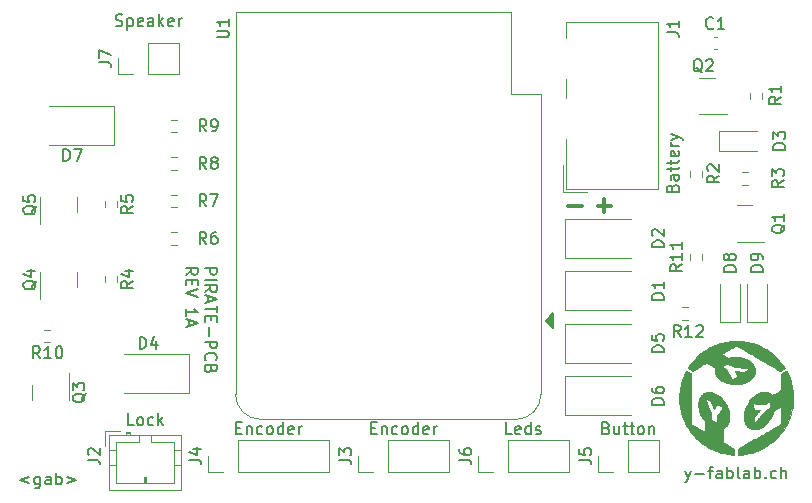
<source format=gbr>
%TF.GenerationSoftware,KiCad,Pcbnew,7.0.5-0*%
%TF.CreationDate,2023-07-09T14:34:54+02:00*%
%TF.ProjectId,pirate-pcb,70697261-7465-42d7-9063-622e6b696361,1A*%
%TF.SameCoordinates,Original*%
%TF.FileFunction,Legend,Top*%
%TF.FilePolarity,Positive*%
%FSLAX46Y46*%
G04 Gerber Fmt 4.6, Leading zero omitted, Abs format (unit mm)*
G04 Created by KiCad (PCBNEW 7.0.5-0) date 2023-07-09 14:34:54*
%MOMM*%
%LPD*%
G01*
G04 APERTURE LIST*
%ADD10C,0.300000*%
%ADD11C,0.150000*%
%ADD12C,0.010000*%
%ADD13C,0.120000*%
G04 APERTURE END LIST*
D10*
X168878804Y-101597650D02*
X167735947Y-101597650D01*
X168307375Y-102169078D02*
X168307375Y-101026221D01*
D11*
X134468180Y-106860779D02*
X135468180Y-106860779D01*
X135468180Y-106860779D02*
X135468180Y-107241731D01*
X135468180Y-107241731D02*
X135420561Y-107336969D01*
X135420561Y-107336969D02*
X135372942Y-107384588D01*
X135372942Y-107384588D02*
X135277704Y-107432207D01*
X135277704Y-107432207D02*
X135134847Y-107432207D01*
X135134847Y-107432207D02*
X135039609Y-107384588D01*
X135039609Y-107384588D02*
X134991990Y-107336969D01*
X134991990Y-107336969D02*
X134944371Y-107241731D01*
X134944371Y-107241731D02*
X134944371Y-106860779D01*
X134468180Y-107860779D02*
X135468180Y-107860779D01*
X134468180Y-108908397D02*
X134944371Y-108575064D01*
X134468180Y-108336969D02*
X135468180Y-108336969D01*
X135468180Y-108336969D02*
X135468180Y-108717921D01*
X135468180Y-108717921D02*
X135420561Y-108813159D01*
X135420561Y-108813159D02*
X135372942Y-108860778D01*
X135372942Y-108860778D02*
X135277704Y-108908397D01*
X135277704Y-108908397D02*
X135134847Y-108908397D01*
X135134847Y-108908397D02*
X135039609Y-108860778D01*
X135039609Y-108860778D02*
X134991990Y-108813159D01*
X134991990Y-108813159D02*
X134944371Y-108717921D01*
X134944371Y-108717921D02*
X134944371Y-108336969D01*
X134753895Y-109289350D02*
X134753895Y-109765540D01*
X134468180Y-109194112D02*
X135468180Y-109527445D01*
X135468180Y-109527445D02*
X134468180Y-109860778D01*
X135468180Y-110051255D02*
X135468180Y-110622683D01*
X134468180Y-110336969D02*
X135468180Y-110336969D01*
X134991990Y-110956017D02*
X134991990Y-111289350D01*
X134468180Y-111432207D02*
X134468180Y-110956017D01*
X134468180Y-110956017D02*
X135468180Y-110956017D01*
X135468180Y-110956017D02*
X135468180Y-111432207D01*
X134849133Y-111860779D02*
X134849133Y-112622684D01*
X134468180Y-113098874D02*
X135468180Y-113098874D01*
X135468180Y-113098874D02*
X135468180Y-113479826D01*
X135468180Y-113479826D02*
X135420561Y-113575064D01*
X135420561Y-113575064D02*
X135372942Y-113622683D01*
X135372942Y-113622683D02*
X135277704Y-113670302D01*
X135277704Y-113670302D02*
X135134847Y-113670302D01*
X135134847Y-113670302D02*
X135039609Y-113622683D01*
X135039609Y-113622683D02*
X134991990Y-113575064D01*
X134991990Y-113575064D02*
X134944371Y-113479826D01*
X134944371Y-113479826D02*
X134944371Y-113098874D01*
X134563419Y-114670302D02*
X134515800Y-114622683D01*
X134515800Y-114622683D02*
X134468180Y-114479826D01*
X134468180Y-114479826D02*
X134468180Y-114384588D01*
X134468180Y-114384588D02*
X134515800Y-114241731D01*
X134515800Y-114241731D02*
X134611038Y-114146493D01*
X134611038Y-114146493D02*
X134706276Y-114098874D01*
X134706276Y-114098874D02*
X134896752Y-114051255D01*
X134896752Y-114051255D02*
X135039609Y-114051255D01*
X135039609Y-114051255D02*
X135230085Y-114098874D01*
X135230085Y-114098874D02*
X135325323Y-114146493D01*
X135325323Y-114146493D02*
X135420561Y-114241731D01*
X135420561Y-114241731D02*
X135468180Y-114384588D01*
X135468180Y-114384588D02*
X135468180Y-114479826D01*
X135468180Y-114479826D02*
X135420561Y-114622683D01*
X135420561Y-114622683D02*
X135372942Y-114670302D01*
X134991990Y-115432207D02*
X134944371Y-115575064D01*
X134944371Y-115575064D02*
X134896752Y-115622683D01*
X134896752Y-115622683D02*
X134801514Y-115670302D01*
X134801514Y-115670302D02*
X134658657Y-115670302D01*
X134658657Y-115670302D02*
X134563419Y-115622683D01*
X134563419Y-115622683D02*
X134515800Y-115575064D01*
X134515800Y-115575064D02*
X134468180Y-115479826D01*
X134468180Y-115479826D02*
X134468180Y-115098874D01*
X134468180Y-115098874D02*
X135468180Y-115098874D01*
X135468180Y-115098874D02*
X135468180Y-115432207D01*
X135468180Y-115432207D02*
X135420561Y-115527445D01*
X135420561Y-115527445D02*
X135372942Y-115575064D01*
X135372942Y-115575064D02*
X135277704Y-115622683D01*
X135277704Y-115622683D02*
X135182466Y-115622683D01*
X135182466Y-115622683D02*
X135087228Y-115575064D01*
X135087228Y-115575064D02*
X135039609Y-115527445D01*
X135039609Y-115527445D02*
X134991990Y-115432207D01*
X134991990Y-115432207D02*
X134991990Y-115098874D01*
X132858180Y-107432207D02*
X133334371Y-107098874D01*
X132858180Y-106860779D02*
X133858180Y-106860779D01*
X133858180Y-106860779D02*
X133858180Y-107241731D01*
X133858180Y-107241731D02*
X133810561Y-107336969D01*
X133810561Y-107336969D02*
X133762942Y-107384588D01*
X133762942Y-107384588D02*
X133667704Y-107432207D01*
X133667704Y-107432207D02*
X133524847Y-107432207D01*
X133524847Y-107432207D02*
X133429609Y-107384588D01*
X133429609Y-107384588D02*
X133381990Y-107336969D01*
X133381990Y-107336969D02*
X133334371Y-107241731D01*
X133334371Y-107241731D02*
X133334371Y-106860779D01*
X133381990Y-107860779D02*
X133381990Y-108194112D01*
X132858180Y-108336969D02*
X132858180Y-107860779D01*
X132858180Y-107860779D02*
X133858180Y-107860779D01*
X133858180Y-107860779D02*
X133858180Y-108336969D01*
X133858180Y-108622684D02*
X132858180Y-108956017D01*
X132858180Y-108956017D02*
X133858180Y-109289350D01*
X132858180Y-110908398D02*
X132858180Y-110336970D01*
X132858180Y-110622684D02*
X133858180Y-110622684D01*
X133858180Y-110622684D02*
X133715323Y-110527446D01*
X133715323Y-110527446D02*
X133620085Y-110432208D01*
X133620085Y-110432208D02*
X133572466Y-110336970D01*
X133143895Y-111289351D02*
X133143895Y-111765541D01*
X132858180Y-111194113D02*
X133858180Y-111527446D01*
X133858180Y-111527446D02*
X132858180Y-111860779D01*
X119602684Y-124523152D02*
X118840779Y-124808866D01*
X118840779Y-124808866D02*
X119602684Y-125094580D01*
X120507445Y-124523152D02*
X120507445Y-125332676D01*
X120507445Y-125332676D02*
X120459826Y-125427914D01*
X120459826Y-125427914D02*
X120412207Y-125475533D01*
X120412207Y-125475533D02*
X120316969Y-125523152D01*
X120316969Y-125523152D02*
X120174112Y-125523152D01*
X120174112Y-125523152D02*
X120078874Y-125475533D01*
X120507445Y-125142200D02*
X120412207Y-125189819D01*
X120412207Y-125189819D02*
X120221731Y-125189819D01*
X120221731Y-125189819D02*
X120126493Y-125142200D01*
X120126493Y-125142200D02*
X120078874Y-125094580D01*
X120078874Y-125094580D02*
X120031255Y-124999342D01*
X120031255Y-124999342D02*
X120031255Y-124713628D01*
X120031255Y-124713628D02*
X120078874Y-124618390D01*
X120078874Y-124618390D02*
X120126493Y-124570771D01*
X120126493Y-124570771D02*
X120221731Y-124523152D01*
X120221731Y-124523152D02*
X120412207Y-124523152D01*
X120412207Y-124523152D02*
X120507445Y-124570771D01*
X121412207Y-125189819D02*
X121412207Y-124666009D01*
X121412207Y-124666009D02*
X121364588Y-124570771D01*
X121364588Y-124570771D02*
X121269350Y-124523152D01*
X121269350Y-124523152D02*
X121078874Y-124523152D01*
X121078874Y-124523152D02*
X120983636Y-124570771D01*
X121412207Y-125142200D02*
X121316969Y-125189819D01*
X121316969Y-125189819D02*
X121078874Y-125189819D01*
X121078874Y-125189819D02*
X120983636Y-125142200D01*
X120983636Y-125142200D02*
X120936017Y-125046961D01*
X120936017Y-125046961D02*
X120936017Y-124951723D01*
X120936017Y-124951723D02*
X120983636Y-124856485D01*
X120983636Y-124856485D02*
X121078874Y-124808866D01*
X121078874Y-124808866D02*
X121316969Y-124808866D01*
X121316969Y-124808866D02*
X121412207Y-124761247D01*
X121888398Y-125189819D02*
X121888398Y-124189819D01*
X121888398Y-124570771D02*
X121983636Y-124523152D01*
X121983636Y-124523152D02*
X122174112Y-124523152D01*
X122174112Y-124523152D02*
X122269350Y-124570771D01*
X122269350Y-124570771D02*
X122316969Y-124618390D01*
X122316969Y-124618390D02*
X122364588Y-124713628D01*
X122364588Y-124713628D02*
X122364588Y-124999342D01*
X122364588Y-124999342D02*
X122316969Y-125094580D01*
X122316969Y-125094580D02*
X122269350Y-125142200D01*
X122269350Y-125142200D02*
X122174112Y-125189819D01*
X122174112Y-125189819D02*
X121983636Y-125189819D01*
X121983636Y-125189819D02*
X121888398Y-125142200D01*
X122793160Y-124523152D02*
X123555065Y-124808866D01*
X123555065Y-124808866D02*
X122793160Y-125094580D01*
X175130666Y-124015152D02*
X175368761Y-124681819D01*
X175606856Y-124015152D02*
X175368761Y-124681819D01*
X175368761Y-124681819D02*
X175273523Y-124919914D01*
X175273523Y-124919914D02*
X175225904Y-124967533D01*
X175225904Y-124967533D02*
X175130666Y-125015152D01*
X175987809Y-124300866D02*
X176749714Y-124300866D01*
X177083047Y-124015152D02*
X177463999Y-124015152D01*
X177225904Y-124681819D02*
X177225904Y-123824676D01*
X177225904Y-123824676D02*
X177273523Y-123729438D01*
X177273523Y-123729438D02*
X177368761Y-123681819D01*
X177368761Y-123681819D02*
X177463999Y-123681819D01*
X178225904Y-124681819D02*
X178225904Y-124158009D01*
X178225904Y-124158009D02*
X178178285Y-124062771D01*
X178178285Y-124062771D02*
X178083047Y-124015152D01*
X178083047Y-124015152D02*
X177892571Y-124015152D01*
X177892571Y-124015152D02*
X177797333Y-124062771D01*
X178225904Y-124634200D02*
X178130666Y-124681819D01*
X178130666Y-124681819D02*
X177892571Y-124681819D01*
X177892571Y-124681819D02*
X177797333Y-124634200D01*
X177797333Y-124634200D02*
X177749714Y-124538961D01*
X177749714Y-124538961D02*
X177749714Y-124443723D01*
X177749714Y-124443723D02*
X177797333Y-124348485D01*
X177797333Y-124348485D02*
X177892571Y-124300866D01*
X177892571Y-124300866D02*
X178130666Y-124300866D01*
X178130666Y-124300866D02*
X178225904Y-124253247D01*
X178702095Y-124681819D02*
X178702095Y-123681819D01*
X178702095Y-124062771D02*
X178797333Y-124015152D01*
X178797333Y-124015152D02*
X178987809Y-124015152D01*
X178987809Y-124015152D02*
X179083047Y-124062771D01*
X179083047Y-124062771D02*
X179130666Y-124110390D01*
X179130666Y-124110390D02*
X179178285Y-124205628D01*
X179178285Y-124205628D02*
X179178285Y-124491342D01*
X179178285Y-124491342D02*
X179130666Y-124586580D01*
X179130666Y-124586580D02*
X179083047Y-124634200D01*
X179083047Y-124634200D02*
X178987809Y-124681819D01*
X178987809Y-124681819D02*
X178797333Y-124681819D01*
X178797333Y-124681819D02*
X178702095Y-124634200D01*
X179749714Y-124681819D02*
X179654476Y-124634200D01*
X179654476Y-124634200D02*
X179606857Y-124538961D01*
X179606857Y-124538961D02*
X179606857Y-123681819D01*
X180559238Y-124681819D02*
X180559238Y-124158009D01*
X180559238Y-124158009D02*
X180511619Y-124062771D01*
X180511619Y-124062771D02*
X180416381Y-124015152D01*
X180416381Y-124015152D02*
X180225905Y-124015152D01*
X180225905Y-124015152D02*
X180130667Y-124062771D01*
X180559238Y-124634200D02*
X180464000Y-124681819D01*
X180464000Y-124681819D02*
X180225905Y-124681819D01*
X180225905Y-124681819D02*
X180130667Y-124634200D01*
X180130667Y-124634200D02*
X180083048Y-124538961D01*
X180083048Y-124538961D02*
X180083048Y-124443723D01*
X180083048Y-124443723D02*
X180130667Y-124348485D01*
X180130667Y-124348485D02*
X180225905Y-124300866D01*
X180225905Y-124300866D02*
X180464000Y-124300866D01*
X180464000Y-124300866D02*
X180559238Y-124253247D01*
X181035429Y-124681819D02*
X181035429Y-123681819D01*
X181035429Y-124062771D02*
X181130667Y-124015152D01*
X181130667Y-124015152D02*
X181321143Y-124015152D01*
X181321143Y-124015152D02*
X181416381Y-124062771D01*
X181416381Y-124062771D02*
X181464000Y-124110390D01*
X181464000Y-124110390D02*
X181511619Y-124205628D01*
X181511619Y-124205628D02*
X181511619Y-124491342D01*
X181511619Y-124491342D02*
X181464000Y-124586580D01*
X181464000Y-124586580D02*
X181416381Y-124634200D01*
X181416381Y-124634200D02*
X181321143Y-124681819D01*
X181321143Y-124681819D02*
X181130667Y-124681819D01*
X181130667Y-124681819D02*
X181035429Y-124634200D01*
X181940191Y-124586580D02*
X181987810Y-124634200D01*
X181987810Y-124634200D02*
X181940191Y-124681819D01*
X181940191Y-124681819D02*
X181892572Y-124634200D01*
X181892572Y-124634200D02*
X181940191Y-124586580D01*
X181940191Y-124586580D02*
X181940191Y-124681819D01*
X182844952Y-124634200D02*
X182749714Y-124681819D01*
X182749714Y-124681819D02*
X182559238Y-124681819D01*
X182559238Y-124681819D02*
X182464000Y-124634200D01*
X182464000Y-124634200D02*
X182416381Y-124586580D01*
X182416381Y-124586580D02*
X182368762Y-124491342D01*
X182368762Y-124491342D02*
X182368762Y-124205628D01*
X182368762Y-124205628D02*
X182416381Y-124110390D01*
X182416381Y-124110390D02*
X182464000Y-124062771D01*
X182464000Y-124062771D02*
X182559238Y-124015152D01*
X182559238Y-124015152D02*
X182749714Y-124015152D01*
X182749714Y-124015152D02*
X182844952Y-124062771D01*
X183273524Y-124681819D02*
X183273524Y-123681819D01*
X183702095Y-124681819D02*
X183702095Y-124158009D01*
X183702095Y-124158009D02*
X183654476Y-124062771D01*
X183654476Y-124062771D02*
X183559238Y-124015152D01*
X183559238Y-124015152D02*
X183416381Y-124015152D01*
X183416381Y-124015152D02*
X183321143Y-124062771D01*
X183321143Y-124062771D02*
X183273524Y-124110390D01*
D10*
X166369131Y-101597650D02*
X165226274Y-101597650D01*
D11*
%TO.C,Q3*%
X124375057Y-117492738D02*
X124327438Y-117587976D01*
X124327438Y-117587976D02*
X124232200Y-117683214D01*
X124232200Y-117683214D02*
X124089342Y-117826071D01*
X124089342Y-117826071D02*
X124041723Y-117921309D01*
X124041723Y-117921309D02*
X124041723Y-118016547D01*
X124279819Y-117968928D02*
X124232200Y-118064166D01*
X124232200Y-118064166D02*
X124136961Y-118159404D01*
X124136961Y-118159404D02*
X123946485Y-118207023D01*
X123946485Y-118207023D02*
X123613152Y-118207023D01*
X123613152Y-118207023D02*
X123422676Y-118159404D01*
X123422676Y-118159404D02*
X123327438Y-118064166D01*
X123327438Y-118064166D02*
X123279819Y-117968928D01*
X123279819Y-117968928D02*
X123279819Y-117778452D01*
X123279819Y-117778452D02*
X123327438Y-117683214D01*
X123327438Y-117683214D02*
X123422676Y-117587976D01*
X123422676Y-117587976D02*
X123613152Y-117540357D01*
X123613152Y-117540357D02*
X123946485Y-117540357D01*
X123946485Y-117540357D02*
X124136961Y-117587976D01*
X124136961Y-117587976D02*
X124232200Y-117683214D01*
X124232200Y-117683214D02*
X124279819Y-117778452D01*
X124279819Y-117778452D02*
X124279819Y-117968928D01*
X123279819Y-117207023D02*
X123279819Y-116587976D01*
X123279819Y-116587976D02*
X123660771Y-116921309D01*
X123660771Y-116921309D02*
X123660771Y-116778452D01*
X123660771Y-116778452D02*
X123708390Y-116683214D01*
X123708390Y-116683214D02*
X123756009Y-116635595D01*
X123756009Y-116635595D02*
X123851247Y-116587976D01*
X123851247Y-116587976D02*
X124089342Y-116587976D01*
X124089342Y-116587976D02*
X124184580Y-116635595D01*
X124184580Y-116635595D02*
X124232200Y-116683214D01*
X124232200Y-116683214D02*
X124279819Y-116778452D01*
X124279819Y-116778452D02*
X124279819Y-117064166D01*
X124279819Y-117064166D02*
X124232200Y-117159404D01*
X124232200Y-117159404D02*
X124184580Y-117207023D01*
%TO.C,R11*%
X174863631Y-106564451D02*
X174387440Y-106897784D01*
X174863631Y-107135879D02*
X173863631Y-107135879D01*
X173863631Y-107135879D02*
X173863631Y-106754927D01*
X173863631Y-106754927D02*
X173911250Y-106659689D01*
X173911250Y-106659689D02*
X173958869Y-106612070D01*
X173958869Y-106612070D02*
X174054107Y-106564451D01*
X174054107Y-106564451D02*
X174196964Y-106564451D01*
X174196964Y-106564451D02*
X174292202Y-106612070D01*
X174292202Y-106612070D02*
X174339821Y-106659689D01*
X174339821Y-106659689D02*
X174387440Y-106754927D01*
X174387440Y-106754927D02*
X174387440Y-107135879D01*
X174863631Y-105612070D02*
X174863631Y-106183498D01*
X174863631Y-105897784D02*
X173863631Y-105897784D01*
X173863631Y-105897784D02*
X174006488Y-105993022D01*
X174006488Y-105993022D02*
X174101726Y-106088260D01*
X174101726Y-106088260D02*
X174149345Y-106183498D01*
X174863631Y-104659689D02*
X174863631Y-105231117D01*
X174863631Y-104945403D02*
X173863631Y-104945403D01*
X173863631Y-104945403D02*
X174006488Y-105040641D01*
X174006488Y-105040641D02*
X174101726Y-105135879D01*
X174101726Y-105135879D02*
X174149345Y-105231117D01*
%TO.C,Q4*%
X120210057Y-107937738D02*
X120162438Y-108032976D01*
X120162438Y-108032976D02*
X120067200Y-108128214D01*
X120067200Y-108128214D02*
X119924342Y-108271071D01*
X119924342Y-108271071D02*
X119876723Y-108366309D01*
X119876723Y-108366309D02*
X119876723Y-108461547D01*
X120114819Y-108413928D02*
X120067200Y-108509166D01*
X120067200Y-108509166D02*
X119971961Y-108604404D01*
X119971961Y-108604404D02*
X119781485Y-108652023D01*
X119781485Y-108652023D02*
X119448152Y-108652023D01*
X119448152Y-108652023D02*
X119257676Y-108604404D01*
X119257676Y-108604404D02*
X119162438Y-108509166D01*
X119162438Y-108509166D02*
X119114819Y-108413928D01*
X119114819Y-108413928D02*
X119114819Y-108223452D01*
X119114819Y-108223452D02*
X119162438Y-108128214D01*
X119162438Y-108128214D02*
X119257676Y-108032976D01*
X119257676Y-108032976D02*
X119448152Y-107985357D01*
X119448152Y-107985357D02*
X119781485Y-107985357D01*
X119781485Y-107985357D02*
X119971961Y-108032976D01*
X119971961Y-108032976D02*
X120067200Y-108128214D01*
X120067200Y-108128214D02*
X120114819Y-108223452D01*
X120114819Y-108223452D02*
X120114819Y-108413928D01*
X119448152Y-107128214D02*
X120114819Y-107128214D01*
X119067200Y-107366309D02*
X119781485Y-107604404D01*
X119781485Y-107604404D02*
X119781485Y-106985357D01*
%TO.C,R12*%
X174751245Y-112715127D02*
X174417912Y-112238936D01*
X174179817Y-112715127D02*
X174179817Y-111715127D01*
X174179817Y-111715127D02*
X174560769Y-111715127D01*
X174560769Y-111715127D02*
X174656007Y-111762746D01*
X174656007Y-111762746D02*
X174703626Y-111810365D01*
X174703626Y-111810365D02*
X174751245Y-111905603D01*
X174751245Y-111905603D02*
X174751245Y-112048460D01*
X174751245Y-112048460D02*
X174703626Y-112143698D01*
X174703626Y-112143698D02*
X174656007Y-112191317D01*
X174656007Y-112191317D02*
X174560769Y-112238936D01*
X174560769Y-112238936D02*
X174179817Y-112238936D01*
X175703626Y-112715127D02*
X175132198Y-112715127D01*
X175417912Y-112715127D02*
X175417912Y-111715127D01*
X175417912Y-111715127D02*
X175322674Y-111857984D01*
X175322674Y-111857984D02*
X175227436Y-111953222D01*
X175227436Y-111953222D02*
X175132198Y-112000841D01*
X176084579Y-111810365D02*
X176132198Y-111762746D01*
X176132198Y-111762746D02*
X176227436Y-111715127D01*
X176227436Y-111715127D02*
X176465531Y-111715127D01*
X176465531Y-111715127D02*
X176560769Y-111762746D01*
X176560769Y-111762746D02*
X176608388Y-111810365D01*
X176608388Y-111810365D02*
X176656007Y-111905603D01*
X176656007Y-111905603D02*
X176656007Y-112000841D01*
X176656007Y-112000841D02*
X176608388Y-112143698D01*
X176608388Y-112143698D02*
X176036960Y-112715127D01*
X176036960Y-112715127D02*
X176656007Y-112715127D01*
%TO.C,J7*%
X125534819Y-89458333D02*
X126249104Y-89458333D01*
X126249104Y-89458333D02*
X126391961Y-89505952D01*
X126391961Y-89505952D02*
X126487200Y-89601190D01*
X126487200Y-89601190D02*
X126534819Y-89744047D01*
X126534819Y-89744047D02*
X126534819Y-89839285D01*
X125534819Y-89077380D02*
X125534819Y-88410714D01*
X125534819Y-88410714D02*
X126534819Y-88839285D01*
X126918095Y-86357200D02*
X127060952Y-86404819D01*
X127060952Y-86404819D02*
X127299047Y-86404819D01*
X127299047Y-86404819D02*
X127394285Y-86357200D01*
X127394285Y-86357200D02*
X127441904Y-86309580D01*
X127441904Y-86309580D02*
X127489523Y-86214342D01*
X127489523Y-86214342D02*
X127489523Y-86119104D01*
X127489523Y-86119104D02*
X127441904Y-86023866D01*
X127441904Y-86023866D02*
X127394285Y-85976247D01*
X127394285Y-85976247D02*
X127299047Y-85928628D01*
X127299047Y-85928628D02*
X127108571Y-85881009D01*
X127108571Y-85881009D02*
X127013333Y-85833390D01*
X127013333Y-85833390D02*
X126965714Y-85785771D01*
X126965714Y-85785771D02*
X126918095Y-85690533D01*
X126918095Y-85690533D02*
X126918095Y-85595295D01*
X126918095Y-85595295D02*
X126965714Y-85500057D01*
X126965714Y-85500057D02*
X127013333Y-85452438D01*
X127013333Y-85452438D02*
X127108571Y-85404819D01*
X127108571Y-85404819D02*
X127346666Y-85404819D01*
X127346666Y-85404819D02*
X127489523Y-85452438D01*
X127918095Y-85738152D02*
X127918095Y-86738152D01*
X127918095Y-85785771D02*
X128013333Y-85738152D01*
X128013333Y-85738152D02*
X128203809Y-85738152D01*
X128203809Y-85738152D02*
X128299047Y-85785771D01*
X128299047Y-85785771D02*
X128346666Y-85833390D01*
X128346666Y-85833390D02*
X128394285Y-85928628D01*
X128394285Y-85928628D02*
X128394285Y-86214342D01*
X128394285Y-86214342D02*
X128346666Y-86309580D01*
X128346666Y-86309580D02*
X128299047Y-86357200D01*
X128299047Y-86357200D02*
X128203809Y-86404819D01*
X128203809Y-86404819D02*
X128013333Y-86404819D01*
X128013333Y-86404819D02*
X127918095Y-86357200D01*
X129203809Y-86357200D02*
X129108571Y-86404819D01*
X129108571Y-86404819D02*
X128918095Y-86404819D01*
X128918095Y-86404819D02*
X128822857Y-86357200D01*
X128822857Y-86357200D02*
X128775238Y-86261961D01*
X128775238Y-86261961D02*
X128775238Y-85881009D01*
X128775238Y-85881009D02*
X128822857Y-85785771D01*
X128822857Y-85785771D02*
X128918095Y-85738152D01*
X128918095Y-85738152D02*
X129108571Y-85738152D01*
X129108571Y-85738152D02*
X129203809Y-85785771D01*
X129203809Y-85785771D02*
X129251428Y-85881009D01*
X129251428Y-85881009D02*
X129251428Y-85976247D01*
X129251428Y-85976247D02*
X128775238Y-86071485D01*
X130108571Y-86404819D02*
X130108571Y-85881009D01*
X130108571Y-85881009D02*
X130060952Y-85785771D01*
X130060952Y-85785771D02*
X129965714Y-85738152D01*
X129965714Y-85738152D02*
X129775238Y-85738152D01*
X129775238Y-85738152D02*
X129680000Y-85785771D01*
X130108571Y-86357200D02*
X130013333Y-86404819D01*
X130013333Y-86404819D02*
X129775238Y-86404819D01*
X129775238Y-86404819D02*
X129680000Y-86357200D01*
X129680000Y-86357200D02*
X129632381Y-86261961D01*
X129632381Y-86261961D02*
X129632381Y-86166723D01*
X129632381Y-86166723D02*
X129680000Y-86071485D01*
X129680000Y-86071485D02*
X129775238Y-86023866D01*
X129775238Y-86023866D02*
X130013333Y-86023866D01*
X130013333Y-86023866D02*
X130108571Y-85976247D01*
X130584762Y-86404819D02*
X130584762Y-85404819D01*
X130680000Y-86023866D02*
X130965714Y-86404819D01*
X130965714Y-85738152D02*
X130584762Y-86119104D01*
X131775238Y-86357200D02*
X131680000Y-86404819D01*
X131680000Y-86404819D02*
X131489524Y-86404819D01*
X131489524Y-86404819D02*
X131394286Y-86357200D01*
X131394286Y-86357200D02*
X131346667Y-86261961D01*
X131346667Y-86261961D02*
X131346667Y-85881009D01*
X131346667Y-85881009D02*
X131394286Y-85785771D01*
X131394286Y-85785771D02*
X131489524Y-85738152D01*
X131489524Y-85738152D02*
X131680000Y-85738152D01*
X131680000Y-85738152D02*
X131775238Y-85785771D01*
X131775238Y-85785771D02*
X131822857Y-85881009D01*
X131822857Y-85881009D02*
X131822857Y-85976247D01*
X131822857Y-85976247D02*
X131346667Y-86071485D01*
X132251429Y-86404819D02*
X132251429Y-85738152D01*
X132251429Y-85928628D02*
X132299048Y-85833390D01*
X132299048Y-85833390D02*
X132346667Y-85785771D01*
X132346667Y-85785771D02*
X132441905Y-85738152D01*
X132441905Y-85738152D02*
X132537143Y-85738152D01*
%TO.C,D7*%
X122496905Y-97794819D02*
X122496905Y-96794819D01*
X122496905Y-96794819D02*
X122735000Y-96794819D01*
X122735000Y-96794819D02*
X122877857Y-96842438D01*
X122877857Y-96842438D02*
X122973095Y-96937676D01*
X122973095Y-96937676D02*
X123020714Y-97032914D01*
X123020714Y-97032914D02*
X123068333Y-97223390D01*
X123068333Y-97223390D02*
X123068333Y-97366247D01*
X123068333Y-97366247D02*
X123020714Y-97556723D01*
X123020714Y-97556723D02*
X122973095Y-97651961D01*
X122973095Y-97651961D02*
X122877857Y-97747200D01*
X122877857Y-97747200D02*
X122735000Y-97794819D01*
X122735000Y-97794819D02*
X122496905Y-97794819D01*
X123401667Y-96794819D02*
X124068333Y-96794819D01*
X124068333Y-96794819D02*
X123639762Y-97794819D01*
%TO.C,R2*%
X178013819Y-99040436D02*
X177537628Y-99373769D01*
X178013819Y-99611864D02*
X177013819Y-99611864D01*
X177013819Y-99611864D02*
X177013819Y-99230912D01*
X177013819Y-99230912D02*
X177061438Y-99135674D01*
X177061438Y-99135674D02*
X177109057Y-99088055D01*
X177109057Y-99088055D02*
X177204295Y-99040436D01*
X177204295Y-99040436D02*
X177347152Y-99040436D01*
X177347152Y-99040436D02*
X177442390Y-99088055D01*
X177442390Y-99088055D02*
X177490009Y-99135674D01*
X177490009Y-99135674D02*
X177537628Y-99230912D01*
X177537628Y-99230912D02*
X177537628Y-99611864D01*
X177109057Y-98659483D02*
X177061438Y-98611864D01*
X177061438Y-98611864D02*
X177013819Y-98516626D01*
X177013819Y-98516626D02*
X177013819Y-98278531D01*
X177013819Y-98278531D02*
X177061438Y-98183293D01*
X177061438Y-98183293D02*
X177109057Y-98135674D01*
X177109057Y-98135674D02*
X177204295Y-98088055D01*
X177204295Y-98088055D02*
X177299533Y-98088055D01*
X177299533Y-98088055D02*
X177442390Y-98135674D01*
X177442390Y-98135674D02*
X178013819Y-98707102D01*
X178013819Y-98707102D02*
X178013819Y-98088055D01*
%TO.C,D4*%
X128941905Y-113709819D02*
X128941905Y-112709819D01*
X128941905Y-112709819D02*
X129180000Y-112709819D01*
X129180000Y-112709819D02*
X129322857Y-112757438D01*
X129322857Y-112757438D02*
X129418095Y-112852676D01*
X129418095Y-112852676D02*
X129465714Y-112947914D01*
X129465714Y-112947914D02*
X129513333Y-113138390D01*
X129513333Y-113138390D02*
X129513333Y-113281247D01*
X129513333Y-113281247D02*
X129465714Y-113471723D01*
X129465714Y-113471723D02*
X129418095Y-113566961D01*
X129418095Y-113566961D02*
X129322857Y-113662200D01*
X129322857Y-113662200D02*
X129180000Y-113709819D01*
X129180000Y-113709819D02*
X128941905Y-113709819D01*
X130370476Y-113043152D02*
X130370476Y-113709819D01*
X130132381Y-112662200D02*
X129894286Y-113376485D01*
X129894286Y-113376485D02*
X130513333Y-113376485D01*
%TO.C,D3*%
X183601819Y-96848094D02*
X182601819Y-96848094D01*
X182601819Y-96848094D02*
X182601819Y-96609999D01*
X182601819Y-96609999D02*
X182649438Y-96467142D01*
X182649438Y-96467142D02*
X182744676Y-96371904D01*
X182744676Y-96371904D02*
X182839914Y-96324285D01*
X182839914Y-96324285D02*
X183030390Y-96276666D01*
X183030390Y-96276666D02*
X183173247Y-96276666D01*
X183173247Y-96276666D02*
X183363723Y-96324285D01*
X183363723Y-96324285D02*
X183458961Y-96371904D01*
X183458961Y-96371904D02*
X183554200Y-96467142D01*
X183554200Y-96467142D02*
X183601819Y-96609999D01*
X183601819Y-96609999D02*
X183601819Y-96848094D01*
X182601819Y-95943332D02*
X182601819Y-95324285D01*
X182601819Y-95324285D02*
X182982771Y-95657618D01*
X182982771Y-95657618D02*
X182982771Y-95514761D01*
X182982771Y-95514761D02*
X183030390Y-95419523D01*
X183030390Y-95419523D02*
X183078009Y-95371904D01*
X183078009Y-95371904D02*
X183173247Y-95324285D01*
X183173247Y-95324285D02*
X183411342Y-95324285D01*
X183411342Y-95324285D02*
X183506580Y-95371904D01*
X183506580Y-95371904D02*
X183554200Y-95419523D01*
X183554200Y-95419523D02*
X183601819Y-95514761D01*
X183601819Y-95514761D02*
X183601819Y-95800475D01*
X183601819Y-95800475D02*
X183554200Y-95895713D01*
X183554200Y-95895713D02*
X183506580Y-95943332D01*
%TO.C,R10*%
X120504642Y-114504819D02*
X120171309Y-114028628D01*
X119933214Y-114504819D02*
X119933214Y-113504819D01*
X119933214Y-113504819D02*
X120314166Y-113504819D01*
X120314166Y-113504819D02*
X120409404Y-113552438D01*
X120409404Y-113552438D02*
X120457023Y-113600057D01*
X120457023Y-113600057D02*
X120504642Y-113695295D01*
X120504642Y-113695295D02*
X120504642Y-113838152D01*
X120504642Y-113838152D02*
X120457023Y-113933390D01*
X120457023Y-113933390D02*
X120409404Y-113981009D01*
X120409404Y-113981009D02*
X120314166Y-114028628D01*
X120314166Y-114028628D02*
X119933214Y-114028628D01*
X121457023Y-114504819D02*
X120885595Y-114504819D01*
X121171309Y-114504819D02*
X121171309Y-113504819D01*
X121171309Y-113504819D02*
X121076071Y-113647676D01*
X121076071Y-113647676D02*
X120980833Y-113742914D01*
X120980833Y-113742914D02*
X120885595Y-113790533D01*
X122076071Y-113504819D02*
X122171309Y-113504819D01*
X122171309Y-113504819D02*
X122266547Y-113552438D01*
X122266547Y-113552438D02*
X122314166Y-113600057D01*
X122314166Y-113600057D02*
X122361785Y-113695295D01*
X122361785Y-113695295D02*
X122409404Y-113885771D01*
X122409404Y-113885771D02*
X122409404Y-114123866D01*
X122409404Y-114123866D02*
X122361785Y-114314342D01*
X122361785Y-114314342D02*
X122314166Y-114409580D01*
X122314166Y-114409580D02*
X122266547Y-114457200D01*
X122266547Y-114457200D02*
X122171309Y-114504819D01*
X122171309Y-114504819D02*
X122076071Y-114504819D01*
X122076071Y-114504819D02*
X121980833Y-114457200D01*
X121980833Y-114457200D02*
X121933214Y-114409580D01*
X121933214Y-114409580D02*
X121885595Y-114314342D01*
X121885595Y-114314342D02*
X121837976Y-114123866D01*
X121837976Y-114123866D02*
X121837976Y-113885771D01*
X121837976Y-113885771D02*
X121885595Y-113695295D01*
X121885595Y-113695295D02*
X121933214Y-113600057D01*
X121933214Y-113600057D02*
X121980833Y-113552438D01*
X121980833Y-113552438D02*
X122076071Y-113504819D01*
%TO.C,R1*%
X183236915Y-92383559D02*
X182760724Y-92716892D01*
X183236915Y-92954987D02*
X182236915Y-92954987D01*
X182236915Y-92954987D02*
X182236915Y-92574035D01*
X182236915Y-92574035D02*
X182284534Y-92478797D01*
X182284534Y-92478797D02*
X182332153Y-92431178D01*
X182332153Y-92431178D02*
X182427391Y-92383559D01*
X182427391Y-92383559D02*
X182570248Y-92383559D01*
X182570248Y-92383559D02*
X182665486Y-92431178D01*
X182665486Y-92431178D02*
X182713105Y-92478797D01*
X182713105Y-92478797D02*
X182760724Y-92574035D01*
X182760724Y-92574035D02*
X182760724Y-92954987D01*
X183236915Y-91431178D02*
X183236915Y-92002606D01*
X183236915Y-91716892D02*
X182236915Y-91716892D01*
X182236915Y-91716892D02*
X182379772Y-91812130D01*
X182379772Y-91812130D02*
X182475010Y-91907368D01*
X182475010Y-91907368D02*
X182522629Y-92002606D01*
%TO.C,D5*%
X173314819Y-113993094D02*
X172314819Y-113993094D01*
X172314819Y-113993094D02*
X172314819Y-113754999D01*
X172314819Y-113754999D02*
X172362438Y-113612142D01*
X172362438Y-113612142D02*
X172457676Y-113516904D01*
X172457676Y-113516904D02*
X172552914Y-113469285D01*
X172552914Y-113469285D02*
X172743390Y-113421666D01*
X172743390Y-113421666D02*
X172886247Y-113421666D01*
X172886247Y-113421666D02*
X173076723Y-113469285D01*
X173076723Y-113469285D02*
X173171961Y-113516904D01*
X173171961Y-113516904D02*
X173267200Y-113612142D01*
X173267200Y-113612142D02*
X173314819Y-113754999D01*
X173314819Y-113754999D02*
X173314819Y-113993094D01*
X172314819Y-112516904D02*
X172314819Y-112993094D01*
X172314819Y-112993094D02*
X172791009Y-113040713D01*
X172791009Y-113040713D02*
X172743390Y-112993094D01*
X172743390Y-112993094D02*
X172695771Y-112897856D01*
X172695771Y-112897856D02*
X172695771Y-112659761D01*
X172695771Y-112659761D02*
X172743390Y-112564523D01*
X172743390Y-112564523D02*
X172791009Y-112516904D01*
X172791009Y-112516904D02*
X172886247Y-112469285D01*
X172886247Y-112469285D02*
X173124342Y-112469285D01*
X173124342Y-112469285D02*
X173219580Y-112516904D01*
X173219580Y-112516904D02*
X173267200Y-112564523D01*
X173267200Y-112564523D02*
X173314819Y-112659761D01*
X173314819Y-112659761D02*
X173314819Y-112897856D01*
X173314819Y-112897856D02*
X173267200Y-112993094D01*
X173267200Y-112993094D02*
X173219580Y-113040713D01*
%TO.C,Q2*%
X176574761Y-90310057D02*
X176479523Y-90262438D01*
X176479523Y-90262438D02*
X176384285Y-90167200D01*
X176384285Y-90167200D02*
X176241428Y-90024342D01*
X176241428Y-90024342D02*
X176146190Y-89976723D01*
X176146190Y-89976723D02*
X176050952Y-89976723D01*
X176098571Y-90214819D02*
X176003333Y-90167200D01*
X176003333Y-90167200D02*
X175908095Y-90071961D01*
X175908095Y-90071961D02*
X175860476Y-89881485D01*
X175860476Y-89881485D02*
X175860476Y-89548152D01*
X175860476Y-89548152D02*
X175908095Y-89357676D01*
X175908095Y-89357676D02*
X176003333Y-89262438D01*
X176003333Y-89262438D02*
X176098571Y-89214819D01*
X176098571Y-89214819D02*
X176289047Y-89214819D01*
X176289047Y-89214819D02*
X176384285Y-89262438D01*
X176384285Y-89262438D02*
X176479523Y-89357676D01*
X176479523Y-89357676D02*
X176527142Y-89548152D01*
X176527142Y-89548152D02*
X176527142Y-89881485D01*
X176527142Y-89881485D02*
X176479523Y-90071961D01*
X176479523Y-90071961D02*
X176384285Y-90167200D01*
X176384285Y-90167200D02*
X176289047Y-90214819D01*
X176289047Y-90214819D02*
X176098571Y-90214819D01*
X176908095Y-89310057D02*
X176955714Y-89262438D01*
X176955714Y-89262438D02*
X177050952Y-89214819D01*
X177050952Y-89214819D02*
X177289047Y-89214819D01*
X177289047Y-89214819D02*
X177384285Y-89262438D01*
X177384285Y-89262438D02*
X177431904Y-89310057D01*
X177431904Y-89310057D02*
X177479523Y-89405295D01*
X177479523Y-89405295D02*
X177479523Y-89500533D01*
X177479523Y-89500533D02*
X177431904Y-89643390D01*
X177431904Y-89643390D02*
X176860476Y-90214819D01*
X176860476Y-90214819D02*
X177479523Y-90214819D01*
%TO.C,J3*%
X145854819Y-123113333D02*
X146569104Y-123113333D01*
X146569104Y-123113333D02*
X146711961Y-123160952D01*
X146711961Y-123160952D02*
X146807200Y-123256190D01*
X146807200Y-123256190D02*
X146854819Y-123399047D01*
X146854819Y-123399047D02*
X146854819Y-123494285D01*
X145854819Y-122732380D02*
X145854819Y-122113333D01*
X145854819Y-122113333D02*
X146235771Y-122446666D01*
X146235771Y-122446666D02*
X146235771Y-122303809D01*
X146235771Y-122303809D02*
X146283390Y-122208571D01*
X146283390Y-122208571D02*
X146331009Y-122160952D01*
X146331009Y-122160952D02*
X146426247Y-122113333D01*
X146426247Y-122113333D02*
X146664342Y-122113333D01*
X146664342Y-122113333D02*
X146759580Y-122160952D01*
X146759580Y-122160952D02*
X146807200Y-122208571D01*
X146807200Y-122208571D02*
X146854819Y-122303809D01*
X146854819Y-122303809D02*
X146854819Y-122589523D01*
X146854819Y-122589523D02*
X146807200Y-122684761D01*
X146807200Y-122684761D02*
X146759580Y-122732380D01*
X148531904Y-120425009D02*
X148865237Y-120425009D01*
X149008094Y-120948819D02*
X148531904Y-120948819D01*
X148531904Y-120948819D02*
X148531904Y-119948819D01*
X148531904Y-119948819D02*
X149008094Y-119948819D01*
X149436666Y-120282152D02*
X149436666Y-120948819D01*
X149436666Y-120377390D02*
X149484285Y-120329771D01*
X149484285Y-120329771D02*
X149579523Y-120282152D01*
X149579523Y-120282152D02*
X149722380Y-120282152D01*
X149722380Y-120282152D02*
X149817618Y-120329771D01*
X149817618Y-120329771D02*
X149865237Y-120425009D01*
X149865237Y-120425009D02*
X149865237Y-120948819D01*
X150769999Y-120901200D02*
X150674761Y-120948819D01*
X150674761Y-120948819D02*
X150484285Y-120948819D01*
X150484285Y-120948819D02*
X150389047Y-120901200D01*
X150389047Y-120901200D02*
X150341428Y-120853580D01*
X150341428Y-120853580D02*
X150293809Y-120758342D01*
X150293809Y-120758342D02*
X150293809Y-120472628D01*
X150293809Y-120472628D02*
X150341428Y-120377390D01*
X150341428Y-120377390D02*
X150389047Y-120329771D01*
X150389047Y-120329771D02*
X150484285Y-120282152D01*
X150484285Y-120282152D02*
X150674761Y-120282152D01*
X150674761Y-120282152D02*
X150769999Y-120329771D01*
X151341428Y-120948819D02*
X151246190Y-120901200D01*
X151246190Y-120901200D02*
X151198571Y-120853580D01*
X151198571Y-120853580D02*
X151150952Y-120758342D01*
X151150952Y-120758342D02*
X151150952Y-120472628D01*
X151150952Y-120472628D02*
X151198571Y-120377390D01*
X151198571Y-120377390D02*
X151246190Y-120329771D01*
X151246190Y-120329771D02*
X151341428Y-120282152D01*
X151341428Y-120282152D02*
X151484285Y-120282152D01*
X151484285Y-120282152D02*
X151579523Y-120329771D01*
X151579523Y-120329771D02*
X151627142Y-120377390D01*
X151627142Y-120377390D02*
X151674761Y-120472628D01*
X151674761Y-120472628D02*
X151674761Y-120758342D01*
X151674761Y-120758342D02*
X151627142Y-120853580D01*
X151627142Y-120853580D02*
X151579523Y-120901200D01*
X151579523Y-120901200D02*
X151484285Y-120948819D01*
X151484285Y-120948819D02*
X151341428Y-120948819D01*
X152531904Y-120948819D02*
X152531904Y-119948819D01*
X152531904Y-120901200D02*
X152436666Y-120948819D01*
X152436666Y-120948819D02*
X152246190Y-120948819D01*
X152246190Y-120948819D02*
X152150952Y-120901200D01*
X152150952Y-120901200D02*
X152103333Y-120853580D01*
X152103333Y-120853580D02*
X152055714Y-120758342D01*
X152055714Y-120758342D02*
X152055714Y-120472628D01*
X152055714Y-120472628D02*
X152103333Y-120377390D01*
X152103333Y-120377390D02*
X152150952Y-120329771D01*
X152150952Y-120329771D02*
X152246190Y-120282152D01*
X152246190Y-120282152D02*
X152436666Y-120282152D01*
X152436666Y-120282152D02*
X152531904Y-120329771D01*
X153389047Y-120901200D02*
X153293809Y-120948819D01*
X153293809Y-120948819D02*
X153103333Y-120948819D01*
X153103333Y-120948819D02*
X153008095Y-120901200D01*
X153008095Y-120901200D02*
X152960476Y-120805961D01*
X152960476Y-120805961D02*
X152960476Y-120425009D01*
X152960476Y-120425009D02*
X153008095Y-120329771D01*
X153008095Y-120329771D02*
X153103333Y-120282152D01*
X153103333Y-120282152D02*
X153293809Y-120282152D01*
X153293809Y-120282152D02*
X153389047Y-120329771D01*
X153389047Y-120329771D02*
X153436666Y-120425009D01*
X153436666Y-120425009D02*
X153436666Y-120520247D01*
X153436666Y-120520247D02*
X152960476Y-120615485D01*
X153865238Y-120948819D02*
X153865238Y-120282152D01*
X153865238Y-120472628D02*
X153912857Y-120377390D01*
X153912857Y-120377390D02*
X153960476Y-120329771D01*
X153960476Y-120329771D02*
X154055714Y-120282152D01*
X154055714Y-120282152D02*
X154150952Y-120282152D01*
%TO.C,R4*%
X128389819Y-107984166D02*
X127913628Y-108317499D01*
X128389819Y-108555594D02*
X127389819Y-108555594D01*
X127389819Y-108555594D02*
X127389819Y-108174642D01*
X127389819Y-108174642D02*
X127437438Y-108079404D01*
X127437438Y-108079404D02*
X127485057Y-108031785D01*
X127485057Y-108031785D02*
X127580295Y-107984166D01*
X127580295Y-107984166D02*
X127723152Y-107984166D01*
X127723152Y-107984166D02*
X127818390Y-108031785D01*
X127818390Y-108031785D02*
X127866009Y-108079404D01*
X127866009Y-108079404D02*
X127913628Y-108174642D01*
X127913628Y-108174642D02*
X127913628Y-108555594D01*
X127723152Y-107127023D02*
X128389819Y-107127023D01*
X127342200Y-107365118D02*
X128056485Y-107603213D01*
X128056485Y-107603213D02*
X128056485Y-106984166D01*
%TO.C,D1*%
X173314819Y-109548094D02*
X172314819Y-109548094D01*
X172314819Y-109548094D02*
X172314819Y-109309999D01*
X172314819Y-109309999D02*
X172362438Y-109167142D01*
X172362438Y-109167142D02*
X172457676Y-109071904D01*
X172457676Y-109071904D02*
X172552914Y-109024285D01*
X172552914Y-109024285D02*
X172743390Y-108976666D01*
X172743390Y-108976666D02*
X172886247Y-108976666D01*
X172886247Y-108976666D02*
X173076723Y-109024285D01*
X173076723Y-109024285D02*
X173171961Y-109071904D01*
X173171961Y-109071904D02*
X173267200Y-109167142D01*
X173267200Y-109167142D02*
X173314819Y-109309999D01*
X173314819Y-109309999D02*
X173314819Y-109548094D01*
X173314819Y-108024285D02*
X173314819Y-108595713D01*
X173314819Y-108309999D02*
X172314819Y-108309999D01*
X172314819Y-108309999D02*
X172457676Y-108405237D01*
X172457676Y-108405237D02*
X172552914Y-108500475D01*
X172552914Y-108500475D02*
X172600533Y-108595713D01*
%TO.C,J2*%
X124562819Y-123113333D02*
X125277104Y-123113333D01*
X125277104Y-123113333D02*
X125419961Y-123160952D01*
X125419961Y-123160952D02*
X125515200Y-123256190D01*
X125515200Y-123256190D02*
X125562819Y-123399047D01*
X125562819Y-123399047D02*
X125562819Y-123494285D01*
X124658057Y-122684761D02*
X124610438Y-122637142D01*
X124610438Y-122637142D02*
X124562819Y-122541904D01*
X124562819Y-122541904D02*
X124562819Y-122303809D01*
X124562819Y-122303809D02*
X124610438Y-122208571D01*
X124610438Y-122208571D02*
X124658057Y-122160952D01*
X124658057Y-122160952D02*
X124753295Y-122113333D01*
X124753295Y-122113333D02*
X124848533Y-122113333D01*
X124848533Y-122113333D02*
X124991390Y-122160952D01*
X124991390Y-122160952D02*
X125562819Y-122732380D01*
X125562819Y-122732380D02*
X125562819Y-122113333D01*
X128449809Y-120186819D02*
X127973619Y-120186819D01*
X127973619Y-120186819D02*
X127973619Y-119186819D01*
X128926000Y-120186819D02*
X128830762Y-120139200D01*
X128830762Y-120139200D02*
X128783143Y-120091580D01*
X128783143Y-120091580D02*
X128735524Y-119996342D01*
X128735524Y-119996342D02*
X128735524Y-119710628D01*
X128735524Y-119710628D02*
X128783143Y-119615390D01*
X128783143Y-119615390D02*
X128830762Y-119567771D01*
X128830762Y-119567771D02*
X128926000Y-119520152D01*
X128926000Y-119520152D02*
X129068857Y-119520152D01*
X129068857Y-119520152D02*
X129164095Y-119567771D01*
X129164095Y-119567771D02*
X129211714Y-119615390D01*
X129211714Y-119615390D02*
X129259333Y-119710628D01*
X129259333Y-119710628D02*
X129259333Y-119996342D01*
X129259333Y-119996342D02*
X129211714Y-120091580D01*
X129211714Y-120091580D02*
X129164095Y-120139200D01*
X129164095Y-120139200D02*
X129068857Y-120186819D01*
X129068857Y-120186819D02*
X128926000Y-120186819D01*
X130116476Y-120139200D02*
X130021238Y-120186819D01*
X130021238Y-120186819D02*
X129830762Y-120186819D01*
X129830762Y-120186819D02*
X129735524Y-120139200D01*
X129735524Y-120139200D02*
X129687905Y-120091580D01*
X129687905Y-120091580D02*
X129640286Y-119996342D01*
X129640286Y-119996342D02*
X129640286Y-119710628D01*
X129640286Y-119710628D02*
X129687905Y-119615390D01*
X129687905Y-119615390D02*
X129735524Y-119567771D01*
X129735524Y-119567771D02*
X129830762Y-119520152D01*
X129830762Y-119520152D02*
X130021238Y-119520152D01*
X130021238Y-119520152D02*
X130116476Y-119567771D01*
X130545048Y-120186819D02*
X130545048Y-119186819D01*
X130640286Y-119805866D02*
X130926000Y-120186819D01*
X130926000Y-119520152D02*
X130545048Y-119901104D01*
%TO.C,R6*%
X134593333Y-104819819D02*
X134260000Y-104343628D01*
X134021905Y-104819819D02*
X134021905Y-103819819D01*
X134021905Y-103819819D02*
X134402857Y-103819819D01*
X134402857Y-103819819D02*
X134498095Y-103867438D01*
X134498095Y-103867438D02*
X134545714Y-103915057D01*
X134545714Y-103915057D02*
X134593333Y-104010295D01*
X134593333Y-104010295D02*
X134593333Y-104153152D01*
X134593333Y-104153152D02*
X134545714Y-104248390D01*
X134545714Y-104248390D02*
X134498095Y-104296009D01*
X134498095Y-104296009D02*
X134402857Y-104343628D01*
X134402857Y-104343628D02*
X134021905Y-104343628D01*
X135450476Y-103819819D02*
X135260000Y-103819819D01*
X135260000Y-103819819D02*
X135164762Y-103867438D01*
X135164762Y-103867438D02*
X135117143Y-103915057D01*
X135117143Y-103915057D02*
X135021905Y-104057914D01*
X135021905Y-104057914D02*
X134974286Y-104248390D01*
X134974286Y-104248390D02*
X134974286Y-104629342D01*
X134974286Y-104629342D02*
X135021905Y-104724580D01*
X135021905Y-104724580D02*
X135069524Y-104772200D01*
X135069524Y-104772200D02*
X135164762Y-104819819D01*
X135164762Y-104819819D02*
X135355238Y-104819819D01*
X135355238Y-104819819D02*
X135450476Y-104772200D01*
X135450476Y-104772200D02*
X135498095Y-104724580D01*
X135498095Y-104724580D02*
X135545714Y-104629342D01*
X135545714Y-104629342D02*
X135545714Y-104391247D01*
X135545714Y-104391247D02*
X135498095Y-104296009D01*
X135498095Y-104296009D02*
X135450476Y-104248390D01*
X135450476Y-104248390D02*
X135355238Y-104200771D01*
X135355238Y-104200771D02*
X135164762Y-104200771D01*
X135164762Y-104200771D02*
X135069524Y-104248390D01*
X135069524Y-104248390D02*
X135021905Y-104296009D01*
X135021905Y-104296009D02*
X134974286Y-104391247D01*
%TO.C,J1*%
X173584819Y-86918333D02*
X174299104Y-86918333D01*
X174299104Y-86918333D02*
X174441961Y-86965952D01*
X174441961Y-86965952D02*
X174537200Y-87061190D01*
X174537200Y-87061190D02*
X174584819Y-87204047D01*
X174584819Y-87204047D02*
X174584819Y-87299285D01*
X174584819Y-85918333D02*
X174584819Y-86489761D01*
X174584819Y-86204047D02*
X173584819Y-86204047D01*
X173584819Y-86204047D02*
X173727676Y-86299285D01*
X173727676Y-86299285D02*
X173822914Y-86394523D01*
X173822914Y-86394523D02*
X173870533Y-86489761D01*
X174061009Y-100086429D02*
X174108628Y-99943572D01*
X174108628Y-99943572D02*
X174156247Y-99895953D01*
X174156247Y-99895953D02*
X174251485Y-99848334D01*
X174251485Y-99848334D02*
X174394342Y-99848334D01*
X174394342Y-99848334D02*
X174489580Y-99895953D01*
X174489580Y-99895953D02*
X174537200Y-99943572D01*
X174537200Y-99943572D02*
X174584819Y-100038810D01*
X174584819Y-100038810D02*
X174584819Y-100419762D01*
X174584819Y-100419762D02*
X173584819Y-100419762D01*
X173584819Y-100419762D02*
X173584819Y-100086429D01*
X173584819Y-100086429D02*
X173632438Y-99991191D01*
X173632438Y-99991191D02*
X173680057Y-99943572D01*
X173680057Y-99943572D02*
X173775295Y-99895953D01*
X173775295Y-99895953D02*
X173870533Y-99895953D01*
X173870533Y-99895953D02*
X173965771Y-99943572D01*
X173965771Y-99943572D02*
X174013390Y-99991191D01*
X174013390Y-99991191D02*
X174061009Y-100086429D01*
X174061009Y-100086429D02*
X174061009Y-100419762D01*
X174584819Y-98991191D02*
X174061009Y-98991191D01*
X174061009Y-98991191D02*
X173965771Y-99038810D01*
X173965771Y-99038810D02*
X173918152Y-99134048D01*
X173918152Y-99134048D02*
X173918152Y-99324524D01*
X173918152Y-99324524D02*
X173965771Y-99419762D01*
X174537200Y-98991191D02*
X174584819Y-99086429D01*
X174584819Y-99086429D02*
X174584819Y-99324524D01*
X174584819Y-99324524D02*
X174537200Y-99419762D01*
X174537200Y-99419762D02*
X174441961Y-99467381D01*
X174441961Y-99467381D02*
X174346723Y-99467381D01*
X174346723Y-99467381D02*
X174251485Y-99419762D01*
X174251485Y-99419762D02*
X174203866Y-99324524D01*
X174203866Y-99324524D02*
X174203866Y-99086429D01*
X174203866Y-99086429D02*
X174156247Y-98991191D01*
X173918152Y-98657857D02*
X173918152Y-98276905D01*
X173584819Y-98515000D02*
X174441961Y-98515000D01*
X174441961Y-98515000D02*
X174537200Y-98467381D01*
X174537200Y-98467381D02*
X174584819Y-98372143D01*
X174584819Y-98372143D02*
X174584819Y-98276905D01*
X173918152Y-98086428D02*
X173918152Y-97705476D01*
X173584819Y-97943571D02*
X174441961Y-97943571D01*
X174441961Y-97943571D02*
X174537200Y-97895952D01*
X174537200Y-97895952D02*
X174584819Y-97800714D01*
X174584819Y-97800714D02*
X174584819Y-97705476D01*
X174537200Y-96991190D02*
X174584819Y-97086428D01*
X174584819Y-97086428D02*
X174584819Y-97276904D01*
X174584819Y-97276904D02*
X174537200Y-97372142D01*
X174537200Y-97372142D02*
X174441961Y-97419761D01*
X174441961Y-97419761D02*
X174061009Y-97419761D01*
X174061009Y-97419761D02*
X173965771Y-97372142D01*
X173965771Y-97372142D02*
X173918152Y-97276904D01*
X173918152Y-97276904D02*
X173918152Y-97086428D01*
X173918152Y-97086428D02*
X173965771Y-96991190D01*
X173965771Y-96991190D02*
X174061009Y-96943571D01*
X174061009Y-96943571D02*
X174156247Y-96943571D01*
X174156247Y-96943571D02*
X174251485Y-97419761D01*
X174584819Y-96514999D02*
X173918152Y-96514999D01*
X174108628Y-96514999D02*
X174013390Y-96467380D01*
X174013390Y-96467380D02*
X173965771Y-96419761D01*
X173965771Y-96419761D02*
X173918152Y-96324523D01*
X173918152Y-96324523D02*
X173918152Y-96229285D01*
X173918152Y-95991189D02*
X174584819Y-95753094D01*
X173918152Y-95514999D02*
X174584819Y-95753094D01*
X174584819Y-95753094D02*
X174822914Y-95848332D01*
X174822914Y-95848332D02*
X174870533Y-95895951D01*
X174870533Y-95895951D02*
X174918152Y-95991189D01*
%TO.C,D6*%
X173314819Y-118438094D02*
X172314819Y-118438094D01*
X172314819Y-118438094D02*
X172314819Y-118199999D01*
X172314819Y-118199999D02*
X172362438Y-118057142D01*
X172362438Y-118057142D02*
X172457676Y-117961904D01*
X172457676Y-117961904D02*
X172552914Y-117914285D01*
X172552914Y-117914285D02*
X172743390Y-117866666D01*
X172743390Y-117866666D02*
X172886247Y-117866666D01*
X172886247Y-117866666D02*
X173076723Y-117914285D01*
X173076723Y-117914285D02*
X173171961Y-117961904D01*
X173171961Y-117961904D02*
X173267200Y-118057142D01*
X173267200Y-118057142D02*
X173314819Y-118199999D01*
X173314819Y-118199999D02*
X173314819Y-118438094D01*
X172314819Y-117009523D02*
X172314819Y-117199999D01*
X172314819Y-117199999D02*
X172362438Y-117295237D01*
X172362438Y-117295237D02*
X172410057Y-117342856D01*
X172410057Y-117342856D02*
X172552914Y-117438094D01*
X172552914Y-117438094D02*
X172743390Y-117485713D01*
X172743390Y-117485713D02*
X173124342Y-117485713D01*
X173124342Y-117485713D02*
X173219580Y-117438094D01*
X173219580Y-117438094D02*
X173267200Y-117390475D01*
X173267200Y-117390475D02*
X173314819Y-117295237D01*
X173314819Y-117295237D02*
X173314819Y-117104761D01*
X173314819Y-117104761D02*
X173267200Y-117009523D01*
X173267200Y-117009523D02*
X173219580Y-116961904D01*
X173219580Y-116961904D02*
X173124342Y-116914285D01*
X173124342Y-116914285D02*
X172886247Y-116914285D01*
X172886247Y-116914285D02*
X172791009Y-116961904D01*
X172791009Y-116961904D02*
X172743390Y-117009523D01*
X172743390Y-117009523D02*
X172695771Y-117104761D01*
X172695771Y-117104761D02*
X172695771Y-117295237D01*
X172695771Y-117295237D02*
X172743390Y-117390475D01*
X172743390Y-117390475D02*
X172791009Y-117438094D01*
X172791009Y-117438094D02*
X172886247Y-117485713D01*
%TO.C,J5*%
X166174819Y-123113333D02*
X166889104Y-123113333D01*
X166889104Y-123113333D02*
X167031961Y-123160952D01*
X167031961Y-123160952D02*
X167127200Y-123256190D01*
X167127200Y-123256190D02*
X167174819Y-123399047D01*
X167174819Y-123399047D02*
X167174819Y-123494285D01*
X166174819Y-122160952D02*
X166174819Y-122637142D01*
X166174819Y-122637142D02*
X166651009Y-122684761D01*
X166651009Y-122684761D02*
X166603390Y-122637142D01*
X166603390Y-122637142D02*
X166555771Y-122541904D01*
X166555771Y-122541904D02*
X166555771Y-122303809D01*
X166555771Y-122303809D02*
X166603390Y-122208571D01*
X166603390Y-122208571D02*
X166651009Y-122160952D01*
X166651009Y-122160952D02*
X166746247Y-122113333D01*
X166746247Y-122113333D02*
X166984342Y-122113333D01*
X166984342Y-122113333D02*
X167079580Y-122160952D01*
X167079580Y-122160952D02*
X167127200Y-122208571D01*
X167127200Y-122208571D02*
X167174819Y-122303809D01*
X167174819Y-122303809D02*
X167174819Y-122541904D01*
X167174819Y-122541904D02*
X167127200Y-122637142D01*
X167127200Y-122637142D02*
X167079580Y-122684761D01*
X168462856Y-120425009D02*
X168605713Y-120472628D01*
X168605713Y-120472628D02*
X168653332Y-120520247D01*
X168653332Y-120520247D02*
X168700951Y-120615485D01*
X168700951Y-120615485D02*
X168700951Y-120758342D01*
X168700951Y-120758342D02*
X168653332Y-120853580D01*
X168653332Y-120853580D02*
X168605713Y-120901200D01*
X168605713Y-120901200D02*
X168510475Y-120948819D01*
X168510475Y-120948819D02*
X168129523Y-120948819D01*
X168129523Y-120948819D02*
X168129523Y-119948819D01*
X168129523Y-119948819D02*
X168462856Y-119948819D01*
X168462856Y-119948819D02*
X168558094Y-119996438D01*
X168558094Y-119996438D02*
X168605713Y-120044057D01*
X168605713Y-120044057D02*
X168653332Y-120139295D01*
X168653332Y-120139295D02*
X168653332Y-120234533D01*
X168653332Y-120234533D02*
X168605713Y-120329771D01*
X168605713Y-120329771D02*
X168558094Y-120377390D01*
X168558094Y-120377390D02*
X168462856Y-120425009D01*
X168462856Y-120425009D02*
X168129523Y-120425009D01*
X169558094Y-120282152D02*
X169558094Y-120948819D01*
X169129523Y-120282152D02*
X169129523Y-120805961D01*
X169129523Y-120805961D02*
X169177142Y-120901200D01*
X169177142Y-120901200D02*
X169272380Y-120948819D01*
X169272380Y-120948819D02*
X169415237Y-120948819D01*
X169415237Y-120948819D02*
X169510475Y-120901200D01*
X169510475Y-120901200D02*
X169558094Y-120853580D01*
X169891428Y-120282152D02*
X170272380Y-120282152D01*
X170034285Y-119948819D02*
X170034285Y-120805961D01*
X170034285Y-120805961D02*
X170081904Y-120901200D01*
X170081904Y-120901200D02*
X170177142Y-120948819D01*
X170177142Y-120948819D02*
X170272380Y-120948819D01*
X170462857Y-120282152D02*
X170843809Y-120282152D01*
X170605714Y-119948819D02*
X170605714Y-120805961D01*
X170605714Y-120805961D02*
X170653333Y-120901200D01*
X170653333Y-120901200D02*
X170748571Y-120948819D01*
X170748571Y-120948819D02*
X170843809Y-120948819D01*
X171320000Y-120948819D02*
X171224762Y-120901200D01*
X171224762Y-120901200D02*
X171177143Y-120853580D01*
X171177143Y-120853580D02*
X171129524Y-120758342D01*
X171129524Y-120758342D02*
X171129524Y-120472628D01*
X171129524Y-120472628D02*
X171177143Y-120377390D01*
X171177143Y-120377390D02*
X171224762Y-120329771D01*
X171224762Y-120329771D02*
X171320000Y-120282152D01*
X171320000Y-120282152D02*
X171462857Y-120282152D01*
X171462857Y-120282152D02*
X171558095Y-120329771D01*
X171558095Y-120329771D02*
X171605714Y-120377390D01*
X171605714Y-120377390D02*
X171653333Y-120472628D01*
X171653333Y-120472628D02*
X171653333Y-120758342D01*
X171653333Y-120758342D02*
X171605714Y-120853580D01*
X171605714Y-120853580D02*
X171558095Y-120901200D01*
X171558095Y-120901200D02*
X171462857Y-120948819D01*
X171462857Y-120948819D02*
X171320000Y-120948819D01*
X172081905Y-120282152D02*
X172081905Y-120948819D01*
X172081905Y-120377390D02*
X172129524Y-120329771D01*
X172129524Y-120329771D02*
X172224762Y-120282152D01*
X172224762Y-120282152D02*
X172367619Y-120282152D01*
X172367619Y-120282152D02*
X172462857Y-120329771D01*
X172462857Y-120329771D02*
X172510476Y-120425009D01*
X172510476Y-120425009D02*
X172510476Y-120948819D01*
%TO.C,D8*%
X179410819Y-107175094D02*
X178410819Y-107175094D01*
X178410819Y-107175094D02*
X178410819Y-106936999D01*
X178410819Y-106936999D02*
X178458438Y-106794142D01*
X178458438Y-106794142D02*
X178553676Y-106698904D01*
X178553676Y-106698904D02*
X178648914Y-106651285D01*
X178648914Y-106651285D02*
X178839390Y-106603666D01*
X178839390Y-106603666D02*
X178982247Y-106603666D01*
X178982247Y-106603666D02*
X179172723Y-106651285D01*
X179172723Y-106651285D02*
X179267961Y-106698904D01*
X179267961Y-106698904D02*
X179363200Y-106794142D01*
X179363200Y-106794142D02*
X179410819Y-106936999D01*
X179410819Y-106936999D02*
X179410819Y-107175094D01*
X178839390Y-106032237D02*
X178791771Y-106127475D01*
X178791771Y-106127475D02*
X178744152Y-106175094D01*
X178744152Y-106175094D02*
X178648914Y-106222713D01*
X178648914Y-106222713D02*
X178601295Y-106222713D01*
X178601295Y-106222713D02*
X178506057Y-106175094D01*
X178506057Y-106175094D02*
X178458438Y-106127475D01*
X178458438Y-106127475D02*
X178410819Y-106032237D01*
X178410819Y-106032237D02*
X178410819Y-105841761D01*
X178410819Y-105841761D02*
X178458438Y-105746523D01*
X178458438Y-105746523D02*
X178506057Y-105698904D01*
X178506057Y-105698904D02*
X178601295Y-105651285D01*
X178601295Y-105651285D02*
X178648914Y-105651285D01*
X178648914Y-105651285D02*
X178744152Y-105698904D01*
X178744152Y-105698904D02*
X178791771Y-105746523D01*
X178791771Y-105746523D02*
X178839390Y-105841761D01*
X178839390Y-105841761D02*
X178839390Y-106032237D01*
X178839390Y-106032237D02*
X178887009Y-106127475D01*
X178887009Y-106127475D02*
X178934628Y-106175094D01*
X178934628Y-106175094D02*
X179029866Y-106222713D01*
X179029866Y-106222713D02*
X179220342Y-106222713D01*
X179220342Y-106222713D02*
X179315580Y-106175094D01*
X179315580Y-106175094D02*
X179363200Y-106127475D01*
X179363200Y-106127475D02*
X179410819Y-106032237D01*
X179410819Y-106032237D02*
X179410819Y-105841761D01*
X179410819Y-105841761D02*
X179363200Y-105746523D01*
X179363200Y-105746523D02*
X179315580Y-105698904D01*
X179315580Y-105698904D02*
X179220342Y-105651285D01*
X179220342Y-105651285D02*
X179029866Y-105651285D01*
X179029866Y-105651285D02*
X178934628Y-105698904D01*
X178934628Y-105698904D02*
X178887009Y-105746523D01*
X178887009Y-105746523D02*
X178839390Y-105841761D01*
%TO.C,R7*%
X134593333Y-101644819D02*
X134260000Y-101168628D01*
X134021905Y-101644819D02*
X134021905Y-100644819D01*
X134021905Y-100644819D02*
X134402857Y-100644819D01*
X134402857Y-100644819D02*
X134498095Y-100692438D01*
X134498095Y-100692438D02*
X134545714Y-100740057D01*
X134545714Y-100740057D02*
X134593333Y-100835295D01*
X134593333Y-100835295D02*
X134593333Y-100978152D01*
X134593333Y-100978152D02*
X134545714Y-101073390D01*
X134545714Y-101073390D02*
X134498095Y-101121009D01*
X134498095Y-101121009D02*
X134402857Y-101168628D01*
X134402857Y-101168628D02*
X134021905Y-101168628D01*
X134926667Y-100644819D02*
X135593333Y-100644819D01*
X135593333Y-100644819D02*
X135164762Y-101644819D01*
%TO.C,J4*%
X133154819Y-123113333D02*
X133869104Y-123113333D01*
X133869104Y-123113333D02*
X134011961Y-123160952D01*
X134011961Y-123160952D02*
X134107200Y-123256190D01*
X134107200Y-123256190D02*
X134154819Y-123399047D01*
X134154819Y-123399047D02*
X134154819Y-123494285D01*
X133488152Y-122208571D02*
X134154819Y-122208571D01*
X133107200Y-122446666D02*
X133821485Y-122684761D01*
X133821485Y-122684761D02*
X133821485Y-122065714D01*
X137101904Y-120425009D02*
X137435237Y-120425009D01*
X137578094Y-120948819D02*
X137101904Y-120948819D01*
X137101904Y-120948819D02*
X137101904Y-119948819D01*
X137101904Y-119948819D02*
X137578094Y-119948819D01*
X138006666Y-120282152D02*
X138006666Y-120948819D01*
X138006666Y-120377390D02*
X138054285Y-120329771D01*
X138054285Y-120329771D02*
X138149523Y-120282152D01*
X138149523Y-120282152D02*
X138292380Y-120282152D01*
X138292380Y-120282152D02*
X138387618Y-120329771D01*
X138387618Y-120329771D02*
X138435237Y-120425009D01*
X138435237Y-120425009D02*
X138435237Y-120948819D01*
X139339999Y-120901200D02*
X139244761Y-120948819D01*
X139244761Y-120948819D02*
X139054285Y-120948819D01*
X139054285Y-120948819D02*
X138959047Y-120901200D01*
X138959047Y-120901200D02*
X138911428Y-120853580D01*
X138911428Y-120853580D02*
X138863809Y-120758342D01*
X138863809Y-120758342D02*
X138863809Y-120472628D01*
X138863809Y-120472628D02*
X138911428Y-120377390D01*
X138911428Y-120377390D02*
X138959047Y-120329771D01*
X138959047Y-120329771D02*
X139054285Y-120282152D01*
X139054285Y-120282152D02*
X139244761Y-120282152D01*
X139244761Y-120282152D02*
X139339999Y-120329771D01*
X139911428Y-120948819D02*
X139816190Y-120901200D01*
X139816190Y-120901200D02*
X139768571Y-120853580D01*
X139768571Y-120853580D02*
X139720952Y-120758342D01*
X139720952Y-120758342D02*
X139720952Y-120472628D01*
X139720952Y-120472628D02*
X139768571Y-120377390D01*
X139768571Y-120377390D02*
X139816190Y-120329771D01*
X139816190Y-120329771D02*
X139911428Y-120282152D01*
X139911428Y-120282152D02*
X140054285Y-120282152D01*
X140054285Y-120282152D02*
X140149523Y-120329771D01*
X140149523Y-120329771D02*
X140197142Y-120377390D01*
X140197142Y-120377390D02*
X140244761Y-120472628D01*
X140244761Y-120472628D02*
X140244761Y-120758342D01*
X140244761Y-120758342D02*
X140197142Y-120853580D01*
X140197142Y-120853580D02*
X140149523Y-120901200D01*
X140149523Y-120901200D02*
X140054285Y-120948819D01*
X140054285Y-120948819D02*
X139911428Y-120948819D01*
X141101904Y-120948819D02*
X141101904Y-119948819D01*
X141101904Y-120901200D02*
X141006666Y-120948819D01*
X141006666Y-120948819D02*
X140816190Y-120948819D01*
X140816190Y-120948819D02*
X140720952Y-120901200D01*
X140720952Y-120901200D02*
X140673333Y-120853580D01*
X140673333Y-120853580D02*
X140625714Y-120758342D01*
X140625714Y-120758342D02*
X140625714Y-120472628D01*
X140625714Y-120472628D02*
X140673333Y-120377390D01*
X140673333Y-120377390D02*
X140720952Y-120329771D01*
X140720952Y-120329771D02*
X140816190Y-120282152D01*
X140816190Y-120282152D02*
X141006666Y-120282152D01*
X141006666Y-120282152D02*
X141101904Y-120329771D01*
X141959047Y-120901200D02*
X141863809Y-120948819D01*
X141863809Y-120948819D02*
X141673333Y-120948819D01*
X141673333Y-120948819D02*
X141578095Y-120901200D01*
X141578095Y-120901200D02*
X141530476Y-120805961D01*
X141530476Y-120805961D02*
X141530476Y-120425009D01*
X141530476Y-120425009D02*
X141578095Y-120329771D01*
X141578095Y-120329771D02*
X141673333Y-120282152D01*
X141673333Y-120282152D02*
X141863809Y-120282152D01*
X141863809Y-120282152D02*
X141959047Y-120329771D01*
X141959047Y-120329771D02*
X142006666Y-120425009D01*
X142006666Y-120425009D02*
X142006666Y-120520247D01*
X142006666Y-120520247D02*
X141530476Y-120615485D01*
X142435238Y-120948819D02*
X142435238Y-120282152D01*
X142435238Y-120472628D02*
X142482857Y-120377390D01*
X142482857Y-120377390D02*
X142530476Y-120329771D01*
X142530476Y-120329771D02*
X142625714Y-120282152D01*
X142625714Y-120282152D02*
X142720952Y-120282152D01*
%TO.C,R9*%
X134593333Y-95294819D02*
X134260000Y-94818628D01*
X134021905Y-95294819D02*
X134021905Y-94294819D01*
X134021905Y-94294819D02*
X134402857Y-94294819D01*
X134402857Y-94294819D02*
X134498095Y-94342438D01*
X134498095Y-94342438D02*
X134545714Y-94390057D01*
X134545714Y-94390057D02*
X134593333Y-94485295D01*
X134593333Y-94485295D02*
X134593333Y-94628152D01*
X134593333Y-94628152D02*
X134545714Y-94723390D01*
X134545714Y-94723390D02*
X134498095Y-94771009D01*
X134498095Y-94771009D02*
X134402857Y-94818628D01*
X134402857Y-94818628D02*
X134021905Y-94818628D01*
X135069524Y-95294819D02*
X135260000Y-95294819D01*
X135260000Y-95294819D02*
X135355238Y-95247200D01*
X135355238Y-95247200D02*
X135402857Y-95199580D01*
X135402857Y-95199580D02*
X135498095Y-95056723D01*
X135498095Y-95056723D02*
X135545714Y-94866247D01*
X135545714Y-94866247D02*
X135545714Y-94485295D01*
X135545714Y-94485295D02*
X135498095Y-94390057D01*
X135498095Y-94390057D02*
X135450476Y-94342438D01*
X135450476Y-94342438D02*
X135355238Y-94294819D01*
X135355238Y-94294819D02*
X135164762Y-94294819D01*
X135164762Y-94294819D02*
X135069524Y-94342438D01*
X135069524Y-94342438D02*
X135021905Y-94390057D01*
X135021905Y-94390057D02*
X134974286Y-94485295D01*
X134974286Y-94485295D02*
X134974286Y-94723390D01*
X134974286Y-94723390D02*
X135021905Y-94818628D01*
X135021905Y-94818628D02*
X135069524Y-94866247D01*
X135069524Y-94866247D02*
X135164762Y-94913866D01*
X135164762Y-94913866D02*
X135355238Y-94913866D01*
X135355238Y-94913866D02*
X135450476Y-94866247D01*
X135450476Y-94866247D02*
X135498095Y-94818628D01*
X135498095Y-94818628D02*
X135545714Y-94723390D01*
%TO.C,Q1*%
X183570057Y-103190238D02*
X183522438Y-103285476D01*
X183522438Y-103285476D02*
X183427200Y-103380714D01*
X183427200Y-103380714D02*
X183284342Y-103523571D01*
X183284342Y-103523571D02*
X183236723Y-103618809D01*
X183236723Y-103618809D02*
X183236723Y-103714047D01*
X183474819Y-103666428D02*
X183427200Y-103761666D01*
X183427200Y-103761666D02*
X183331961Y-103856904D01*
X183331961Y-103856904D02*
X183141485Y-103904523D01*
X183141485Y-103904523D02*
X182808152Y-103904523D01*
X182808152Y-103904523D02*
X182617676Y-103856904D01*
X182617676Y-103856904D02*
X182522438Y-103761666D01*
X182522438Y-103761666D02*
X182474819Y-103666428D01*
X182474819Y-103666428D02*
X182474819Y-103475952D01*
X182474819Y-103475952D02*
X182522438Y-103380714D01*
X182522438Y-103380714D02*
X182617676Y-103285476D01*
X182617676Y-103285476D02*
X182808152Y-103237857D01*
X182808152Y-103237857D02*
X183141485Y-103237857D01*
X183141485Y-103237857D02*
X183331961Y-103285476D01*
X183331961Y-103285476D02*
X183427200Y-103380714D01*
X183427200Y-103380714D02*
X183474819Y-103475952D01*
X183474819Y-103475952D02*
X183474819Y-103666428D01*
X183474819Y-102285476D02*
X183474819Y-102856904D01*
X183474819Y-102571190D02*
X182474819Y-102571190D01*
X182474819Y-102571190D02*
X182617676Y-102666428D01*
X182617676Y-102666428D02*
X182712914Y-102761666D01*
X182712914Y-102761666D02*
X182760533Y-102856904D01*
%TO.C,Q5*%
X120210057Y-101587738D02*
X120162438Y-101682976D01*
X120162438Y-101682976D02*
X120067200Y-101778214D01*
X120067200Y-101778214D02*
X119924342Y-101921071D01*
X119924342Y-101921071D02*
X119876723Y-102016309D01*
X119876723Y-102016309D02*
X119876723Y-102111547D01*
X120114819Y-102063928D02*
X120067200Y-102159166D01*
X120067200Y-102159166D02*
X119971961Y-102254404D01*
X119971961Y-102254404D02*
X119781485Y-102302023D01*
X119781485Y-102302023D02*
X119448152Y-102302023D01*
X119448152Y-102302023D02*
X119257676Y-102254404D01*
X119257676Y-102254404D02*
X119162438Y-102159166D01*
X119162438Y-102159166D02*
X119114819Y-102063928D01*
X119114819Y-102063928D02*
X119114819Y-101873452D01*
X119114819Y-101873452D02*
X119162438Y-101778214D01*
X119162438Y-101778214D02*
X119257676Y-101682976D01*
X119257676Y-101682976D02*
X119448152Y-101635357D01*
X119448152Y-101635357D02*
X119781485Y-101635357D01*
X119781485Y-101635357D02*
X119971961Y-101682976D01*
X119971961Y-101682976D02*
X120067200Y-101778214D01*
X120067200Y-101778214D02*
X120114819Y-101873452D01*
X120114819Y-101873452D02*
X120114819Y-102063928D01*
X119114819Y-100730595D02*
X119114819Y-101206785D01*
X119114819Y-101206785D02*
X119591009Y-101254404D01*
X119591009Y-101254404D02*
X119543390Y-101206785D01*
X119543390Y-101206785D02*
X119495771Y-101111547D01*
X119495771Y-101111547D02*
X119495771Y-100873452D01*
X119495771Y-100873452D02*
X119543390Y-100778214D01*
X119543390Y-100778214D02*
X119591009Y-100730595D01*
X119591009Y-100730595D02*
X119686247Y-100682976D01*
X119686247Y-100682976D02*
X119924342Y-100682976D01*
X119924342Y-100682976D02*
X120019580Y-100730595D01*
X120019580Y-100730595D02*
X120067200Y-100778214D01*
X120067200Y-100778214D02*
X120114819Y-100873452D01*
X120114819Y-100873452D02*
X120114819Y-101111547D01*
X120114819Y-101111547D02*
X120067200Y-101206785D01*
X120067200Y-101206785D02*
X120019580Y-101254404D01*
%TO.C,D2*%
X173314819Y-105103094D02*
X172314819Y-105103094D01*
X172314819Y-105103094D02*
X172314819Y-104864999D01*
X172314819Y-104864999D02*
X172362438Y-104722142D01*
X172362438Y-104722142D02*
X172457676Y-104626904D01*
X172457676Y-104626904D02*
X172552914Y-104579285D01*
X172552914Y-104579285D02*
X172743390Y-104531666D01*
X172743390Y-104531666D02*
X172886247Y-104531666D01*
X172886247Y-104531666D02*
X173076723Y-104579285D01*
X173076723Y-104579285D02*
X173171961Y-104626904D01*
X173171961Y-104626904D02*
X173267200Y-104722142D01*
X173267200Y-104722142D02*
X173314819Y-104864999D01*
X173314819Y-104864999D02*
X173314819Y-105103094D01*
X172410057Y-104150713D02*
X172362438Y-104103094D01*
X172362438Y-104103094D02*
X172314819Y-104007856D01*
X172314819Y-104007856D02*
X172314819Y-103769761D01*
X172314819Y-103769761D02*
X172362438Y-103674523D01*
X172362438Y-103674523D02*
X172410057Y-103626904D01*
X172410057Y-103626904D02*
X172505295Y-103579285D01*
X172505295Y-103579285D02*
X172600533Y-103579285D01*
X172600533Y-103579285D02*
X172743390Y-103626904D01*
X172743390Y-103626904D02*
X173314819Y-104198332D01*
X173314819Y-104198332D02*
X173314819Y-103579285D01*
%TO.C,C1*%
X177510885Y-86545177D02*
X177463266Y-86592797D01*
X177463266Y-86592797D02*
X177320409Y-86640416D01*
X177320409Y-86640416D02*
X177225171Y-86640416D01*
X177225171Y-86640416D02*
X177082314Y-86592797D01*
X177082314Y-86592797D02*
X176987076Y-86497558D01*
X176987076Y-86497558D02*
X176939457Y-86402320D01*
X176939457Y-86402320D02*
X176891838Y-86211844D01*
X176891838Y-86211844D02*
X176891838Y-86068987D01*
X176891838Y-86068987D02*
X176939457Y-85878511D01*
X176939457Y-85878511D02*
X176987076Y-85783273D01*
X176987076Y-85783273D02*
X177082314Y-85688035D01*
X177082314Y-85688035D02*
X177225171Y-85640416D01*
X177225171Y-85640416D02*
X177320409Y-85640416D01*
X177320409Y-85640416D02*
X177463266Y-85688035D01*
X177463266Y-85688035D02*
X177510885Y-85735654D01*
X178463266Y-86640416D02*
X177891838Y-86640416D01*
X178177552Y-86640416D02*
X178177552Y-85640416D01*
X178177552Y-85640416D02*
X178082314Y-85783273D01*
X178082314Y-85783273D02*
X177987076Y-85878511D01*
X177987076Y-85878511D02*
X177891838Y-85926130D01*
%TO.C,R3*%
X183474819Y-99451666D02*
X182998628Y-99784999D01*
X183474819Y-100023094D02*
X182474819Y-100023094D01*
X182474819Y-100023094D02*
X182474819Y-99642142D01*
X182474819Y-99642142D02*
X182522438Y-99546904D01*
X182522438Y-99546904D02*
X182570057Y-99499285D01*
X182570057Y-99499285D02*
X182665295Y-99451666D01*
X182665295Y-99451666D02*
X182808152Y-99451666D01*
X182808152Y-99451666D02*
X182903390Y-99499285D01*
X182903390Y-99499285D02*
X182951009Y-99546904D01*
X182951009Y-99546904D02*
X182998628Y-99642142D01*
X182998628Y-99642142D02*
X182998628Y-100023094D01*
X182474819Y-99118332D02*
X182474819Y-98499285D01*
X182474819Y-98499285D02*
X182855771Y-98832618D01*
X182855771Y-98832618D02*
X182855771Y-98689761D01*
X182855771Y-98689761D02*
X182903390Y-98594523D01*
X182903390Y-98594523D02*
X182951009Y-98546904D01*
X182951009Y-98546904D02*
X183046247Y-98499285D01*
X183046247Y-98499285D02*
X183284342Y-98499285D01*
X183284342Y-98499285D02*
X183379580Y-98546904D01*
X183379580Y-98546904D02*
X183427200Y-98594523D01*
X183427200Y-98594523D02*
X183474819Y-98689761D01*
X183474819Y-98689761D02*
X183474819Y-98975475D01*
X183474819Y-98975475D02*
X183427200Y-99070713D01*
X183427200Y-99070713D02*
X183379580Y-99118332D01*
%TO.C,R5*%
X128389819Y-101634166D02*
X127913628Y-101967499D01*
X128389819Y-102205594D02*
X127389819Y-102205594D01*
X127389819Y-102205594D02*
X127389819Y-101824642D01*
X127389819Y-101824642D02*
X127437438Y-101729404D01*
X127437438Y-101729404D02*
X127485057Y-101681785D01*
X127485057Y-101681785D02*
X127580295Y-101634166D01*
X127580295Y-101634166D02*
X127723152Y-101634166D01*
X127723152Y-101634166D02*
X127818390Y-101681785D01*
X127818390Y-101681785D02*
X127866009Y-101729404D01*
X127866009Y-101729404D02*
X127913628Y-101824642D01*
X127913628Y-101824642D02*
X127913628Y-102205594D01*
X127389819Y-100729404D02*
X127389819Y-101205594D01*
X127389819Y-101205594D02*
X127866009Y-101253213D01*
X127866009Y-101253213D02*
X127818390Y-101205594D01*
X127818390Y-101205594D02*
X127770771Y-101110356D01*
X127770771Y-101110356D02*
X127770771Y-100872261D01*
X127770771Y-100872261D02*
X127818390Y-100777023D01*
X127818390Y-100777023D02*
X127866009Y-100729404D01*
X127866009Y-100729404D02*
X127961247Y-100681785D01*
X127961247Y-100681785D02*
X128199342Y-100681785D01*
X128199342Y-100681785D02*
X128294580Y-100729404D01*
X128294580Y-100729404D02*
X128342200Y-100777023D01*
X128342200Y-100777023D02*
X128389819Y-100872261D01*
X128389819Y-100872261D02*
X128389819Y-101110356D01*
X128389819Y-101110356D02*
X128342200Y-101205594D01*
X128342200Y-101205594D02*
X128294580Y-101253213D01*
%TO.C,J6*%
X156014819Y-123113333D02*
X156729104Y-123113333D01*
X156729104Y-123113333D02*
X156871961Y-123160952D01*
X156871961Y-123160952D02*
X156967200Y-123256190D01*
X156967200Y-123256190D02*
X157014819Y-123399047D01*
X157014819Y-123399047D02*
X157014819Y-123494285D01*
X156014819Y-122208571D02*
X156014819Y-122399047D01*
X156014819Y-122399047D02*
X156062438Y-122494285D01*
X156062438Y-122494285D02*
X156110057Y-122541904D01*
X156110057Y-122541904D02*
X156252914Y-122637142D01*
X156252914Y-122637142D02*
X156443390Y-122684761D01*
X156443390Y-122684761D02*
X156824342Y-122684761D01*
X156824342Y-122684761D02*
X156919580Y-122637142D01*
X156919580Y-122637142D02*
X156967200Y-122589523D01*
X156967200Y-122589523D02*
X157014819Y-122494285D01*
X157014819Y-122494285D02*
X157014819Y-122303809D01*
X157014819Y-122303809D02*
X156967200Y-122208571D01*
X156967200Y-122208571D02*
X156919580Y-122160952D01*
X156919580Y-122160952D02*
X156824342Y-122113333D01*
X156824342Y-122113333D02*
X156586247Y-122113333D01*
X156586247Y-122113333D02*
X156491009Y-122160952D01*
X156491009Y-122160952D02*
X156443390Y-122208571D01*
X156443390Y-122208571D02*
X156395771Y-122303809D01*
X156395771Y-122303809D02*
X156395771Y-122494285D01*
X156395771Y-122494285D02*
X156443390Y-122589523D01*
X156443390Y-122589523D02*
X156491009Y-122637142D01*
X156491009Y-122637142D02*
X156586247Y-122684761D01*
X160453809Y-120948819D02*
X159977619Y-120948819D01*
X159977619Y-120948819D02*
X159977619Y-119948819D01*
X161168095Y-120901200D02*
X161072857Y-120948819D01*
X161072857Y-120948819D02*
X160882381Y-120948819D01*
X160882381Y-120948819D02*
X160787143Y-120901200D01*
X160787143Y-120901200D02*
X160739524Y-120805961D01*
X160739524Y-120805961D02*
X160739524Y-120425009D01*
X160739524Y-120425009D02*
X160787143Y-120329771D01*
X160787143Y-120329771D02*
X160882381Y-120282152D01*
X160882381Y-120282152D02*
X161072857Y-120282152D01*
X161072857Y-120282152D02*
X161168095Y-120329771D01*
X161168095Y-120329771D02*
X161215714Y-120425009D01*
X161215714Y-120425009D02*
X161215714Y-120520247D01*
X161215714Y-120520247D02*
X160739524Y-120615485D01*
X162072857Y-120948819D02*
X162072857Y-119948819D01*
X162072857Y-120901200D02*
X161977619Y-120948819D01*
X161977619Y-120948819D02*
X161787143Y-120948819D01*
X161787143Y-120948819D02*
X161691905Y-120901200D01*
X161691905Y-120901200D02*
X161644286Y-120853580D01*
X161644286Y-120853580D02*
X161596667Y-120758342D01*
X161596667Y-120758342D02*
X161596667Y-120472628D01*
X161596667Y-120472628D02*
X161644286Y-120377390D01*
X161644286Y-120377390D02*
X161691905Y-120329771D01*
X161691905Y-120329771D02*
X161787143Y-120282152D01*
X161787143Y-120282152D02*
X161977619Y-120282152D01*
X161977619Y-120282152D02*
X162072857Y-120329771D01*
X162501429Y-120901200D02*
X162596667Y-120948819D01*
X162596667Y-120948819D02*
X162787143Y-120948819D01*
X162787143Y-120948819D02*
X162882381Y-120901200D01*
X162882381Y-120901200D02*
X162930000Y-120805961D01*
X162930000Y-120805961D02*
X162930000Y-120758342D01*
X162930000Y-120758342D02*
X162882381Y-120663104D01*
X162882381Y-120663104D02*
X162787143Y-120615485D01*
X162787143Y-120615485D02*
X162644286Y-120615485D01*
X162644286Y-120615485D02*
X162549048Y-120567866D01*
X162549048Y-120567866D02*
X162501429Y-120472628D01*
X162501429Y-120472628D02*
X162501429Y-120425009D01*
X162501429Y-120425009D02*
X162549048Y-120329771D01*
X162549048Y-120329771D02*
X162644286Y-120282152D01*
X162644286Y-120282152D02*
X162787143Y-120282152D01*
X162787143Y-120282152D02*
X162882381Y-120329771D01*
%TO.C,D9*%
X181696819Y-107175094D02*
X180696819Y-107175094D01*
X180696819Y-107175094D02*
X180696819Y-106936999D01*
X180696819Y-106936999D02*
X180744438Y-106794142D01*
X180744438Y-106794142D02*
X180839676Y-106698904D01*
X180839676Y-106698904D02*
X180934914Y-106651285D01*
X180934914Y-106651285D02*
X181125390Y-106603666D01*
X181125390Y-106603666D02*
X181268247Y-106603666D01*
X181268247Y-106603666D02*
X181458723Y-106651285D01*
X181458723Y-106651285D02*
X181553961Y-106698904D01*
X181553961Y-106698904D02*
X181649200Y-106794142D01*
X181649200Y-106794142D02*
X181696819Y-106936999D01*
X181696819Y-106936999D02*
X181696819Y-107175094D01*
X181696819Y-106127475D02*
X181696819Y-105936999D01*
X181696819Y-105936999D02*
X181649200Y-105841761D01*
X181649200Y-105841761D02*
X181601580Y-105794142D01*
X181601580Y-105794142D02*
X181458723Y-105698904D01*
X181458723Y-105698904D02*
X181268247Y-105651285D01*
X181268247Y-105651285D02*
X180887295Y-105651285D01*
X180887295Y-105651285D02*
X180792057Y-105698904D01*
X180792057Y-105698904D02*
X180744438Y-105746523D01*
X180744438Y-105746523D02*
X180696819Y-105841761D01*
X180696819Y-105841761D02*
X180696819Y-106032237D01*
X180696819Y-106032237D02*
X180744438Y-106127475D01*
X180744438Y-106127475D02*
X180792057Y-106175094D01*
X180792057Y-106175094D02*
X180887295Y-106222713D01*
X180887295Y-106222713D02*
X181125390Y-106222713D01*
X181125390Y-106222713D02*
X181220628Y-106175094D01*
X181220628Y-106175094D02*
X181268247Y-106127475D01*
X181268247Y-106127475D02*
X181315866Y-106032237D01*
X181315866Y-106032237D02*
X181315866Y-105841761D01*
X181315866Y-105841761D02*
X181268247Y-105746523D01*
X181268247Y-105746523D02*
X181220628Y-105698904D01*
X181220628Y-105698904D02*
X181125390Y-105651285D01*
%TO.C,R8*%
X134593333Y-98469819D02*
X134260000Y-97993628D01*
X134021905Y-98469819D02*
X134021905Y-97469819D01*
X134021905Y-97469819D02*
X134402857Y-97469819D01*
X134402857Y-97469819D02*
X134498095Y-97517438D01*
X134498095Y-97517438D02*
X134545714Y-97565057D01*
X134545714Y-97565057D02*
X134593333Y-97660295D01*
X134593333Y-97660295D02*
X134593333Y-97803152D01*
X134593333Y-97803152D02*
X134545714Y-97898390D01*
X134545714Y-97898390D02*
X134498095Y-97946009D01*
X134498095Y-97946009D02*
X134402857Y-97993628D01*
X134402857Y-97993628D02*
X134021905Y-97993628D01*
X135164762Y-97898390D02*
X135069524Y-97850771D01*
X135069524Y-97850771D02*
X135021905Y-97803152D01*
X135021905Y-97803152D02*
X134974286Y-97707914D01*
X134974286Y-97707914D02*
X134974286Y-97660295D01*
X134974286Y-97660295D02*
X135021905Y-97565057D01*
X135021905Y-97565057D02*
X135069524Y-97517438D01*
X135069524Y-97517438D02*
X135164762Y-97469819D01*
X135164762Y-97469819D02*
X135355238Y-97469819D01*
X135355238Y-97469819D02*
X135450476Y-97517438D01*
X135450476Y-97517438D02*
X135498095Y-97565057D01*
X135498095Y-97565057D02*
X135545714Y-97660295D01*
X135545714Y-97660295D02*
X135545714Y-97707914D01*
X135545714Y-97707914D02*
X135498095Y-97803152D01*
X135498095Y-97803152D02*
X135450476Y-97850771D01*
X135450476Y-97850771D02*
X135355238Y-97898390D01*
X135355238Y-97898390D02*
X135164762Y-97898390D01*
X135164762Y-97898390D02*
X135069524Y-97946009D01*
X135069524Y-97946009D02*
X135021905Y-97993628D01*
X135021905Y-97993628D02*
X134974286Y-98088866D01*
X134974286Y-98088866D02*
X134974286Y-98279342D01*
X134974286Y-98279342D02*
X135021905Y-98374580D01*
X135021905Y-98374580D02*
X135069524Y-98422200D01*
X135069524Y-98422200D02*
X135164762Y-98469819D01*
X135164762Y-98469819D02*
X135355238Y-98469819D01*
X135355238Y-98469819D02*
X135450476Y-98422200D01*
X135450476Y-98422200D02*
X135498095Y-98374580D01*
X135498095Y-98374580D02*
X135545714Y-98279342D01*
X135545714Y-98279342D02*
X135545714Y-98088866D01*
X135545714Y-98088866D02*
X135498095Y-97993628D01*
X135498095Y-97993628D02*
X135450476Y-97946009D01*
X135450476Y-97946009D02*
X135355238Y-97898390D01*
%TO.C,U1*%
X135484819Y-87346904D02*
X136294342Y-87346904D01*
X136294342Y-87346904D02*
X136389580Y-87299285D01*
X136389580Y-87299285D02*
X136437200Y-87251666D01*
X136437200Y-87251666D02*
X136484819Y-87156428D01*
X136484819Y-87156428D02*
X136484819Y-86965952D01*
X136484819Y-86965952D02*
X136437200Y-86870714D01*
X136437200Y-86870714D02*
X136389580Y-86823095D01*
X136389580Y-86823095D02*
X136294342Y-86775476D01*
X136294342Y-86775476D02*
X135484819Y-86775476D01*
X136484819Y-85775476D02*
X136484819Y-86346904D01*
X136484819Y-86061190D02*
X135484819Y-86061190D01*
X135484819Y-86061190D02*
X135627676Y-86156428D01*
X135627676Y-86156428D02*
X135722914Y-86251666D01*
X135722914Y-86251666D02*
X135770533Y-86346904D01*
%TO.C,G1*%
D12*
X175238146Y-115554882D02*
X175246934Y-115558913D01*
X175259480Y-115565835D01*
X175276569Y-115576112D01*
X175298989Y-115590210D01*
X175327527Y-115608591D01*
X175362970Y-115631722D01*
X175406105Y-115660065D01*
X175426458Y-115673471D01*
X175467480Y-115700528D01*
X175506194Y-115726101D01*
X175541612Y-115749536D01*
X175572747Y-115770178D01*
X175598612Y-115787371D01*
X175618218Y-115800461D01*
X175630578Y-115808792D01*
X175634156Y-115811270D01*
X175648708Y-115821775D01*
X175649168Y-120057437D01*
X176238959Y-120394363D01*
X176828750Y-120731290D01*
X176828750Y-119879072D01*
X176795189Y-119838609D01*
X176709212Y-119728521D01*
X176629973Y-119614006D01*
X176557660Y-119495736D01*
X176492457Y-119374385D01*
X176434549Y-119250627D01*
X176384124Y-119125135D01*
X176341365Y-118998582D01*
X176306459Y-118871642D01*
X176279590Y-118744988D01*
X176260946Y-118619294D01*
X176250711Y-118495233D01*
X176249070Y-118373479D01*
X176256210Y-118254705D01*
X176272315Y-118139584D01*
X176297060Y-118030651D01*
X176327319Y-117935095D01*
X176348632Y-117883826D01*
X176805180Y-117883826D01*
X176806268Y-117898314D01*
X176808909Y-117907117D01*
X176811891Y-117914831D01*
X176818641Y-117931725D01*
X176828911Y-117957188D01*
X176842453Y-117990609D01*
X176859016Y-118031377D01*
X176878352Y-118078881D01*
X176900213Y-118132510D01*
X176924347Y-118191653D01*
X176950508Y-118255700D01*
X176978446Y-118324038D01*
X177007911Y-118396058D01*
X177038654Y-118471149D01*
X177070428Y-118548698D01*
X177071542Y-118551417D01*
X177326166Y-119172647D01*
X177326166Y-119693393D01*
X177338072Y-119710572D01*
X177342718Y-119715716D01*
X177350709Y-119722119D01*
X177362824Y-119730221D01*
X177379838Y-119740462D01*
X177402528Y-119753281D01*
X177431670Y-119769119D01*
X177468041Y-119788416D01*
X177512417Y-119811610D01*
X177559000Y-119835747D01*
X177616911Y-119865477D01*
X177666383Y-119890466D01*
X177707270Y-119910646D01*
X177739427Y-119925946D01*
X177762709Y-119936297D01*
X177776972Y-119941629D01*
X177781250Y-119942382D01*
X177794479Y-119941021D01*
X177797125Y-119676437D01*
X177799770Y-119411854D01*
X178061046Y-119049709D01*
X178114420Y-118975575D01*
X178161802Y-118909441D01*
X178203150Y-118851364D01*
X178238422Y-118801405D01*
X178267579Y-118759622D01*
X178290579Y-118726074D01*
X178307380Y-118700821D01*
X178317941Y-118683921D01*
X178322222Y-118675434D01*
X178322322Y-118674809D01*
X178318623Y-118661255D01*
X178312401Y-118652296D01*
X178304809Y-118647018D01*
X178289073Y-118637760D01*
X178266298Y-118625084D01*
X178237589Y-118609556D01*
X178204051Y-118591739D01*
X178166789Y-118572199D01*
X178126910Y-118551499D01*
X178085518Y-118530203D01*
X178043718Y-118508877D01*
X178002617Y-118488084D01*
X177963319Y-118468389D01*
X177926929Y-118450356D01*
X177894553Y-118434549D01*
X177867297Y-118421533D01*
X177846265Y-118411873D01*
X177832563Y-118406132D01*
X177827548Y-118404747D01*
X177823729Y-118406772D01*
X177818268Y-118412414D01*
X177810731Y-118422364D01*
X177800685Y-118437316D01*
X177787694Y-118457960D01*
X177771325Y-118484988D01*
X177751144Y-118519091D01*
X177726717Y-118560963D01*
X177697610Y-118611293D01*
X177693685Y-118618104D01*
X177666896Y-118664318D01*
X177642187Y-118706399D01*
X177620029Y-118743581D01*
X177600891Y-118775096D01*
X177585242Y-118800177D01*
X177573552Y-118818055D01*
X177566289Y-118827965D01*
X177564196Y-118829771D01*
X177560944Y-118825450D01*
X177554758Y-118812377D01*
X177545573Y-118790385D01*
X177533326Y-118759305D01*
X177517952Y-118718969D01*
X177499386Y-118669212D01*
X177477566Y-118609865D01*
X177452425Y-118540760D01*
X177437344Y-118499042D01*
X177416774Y-118442074D01*
X177397110Y-118387688D01*
X177378669Y-118336760D01*
X177361770Y-118290167D01*
X177346732Y-118248786D01*
X177333873Y-118213493D01*
X177323513Y-118185164D01*
X177315969Y-118164677D01*
X177311561Y-118152907D01*
X177310729Y-118150792D01*
X177301277Y-118135462D01*
X177288120Y-118121834D01*
X177287026Y-118120991D01*
X177279820Y-118116658D01*
X177264352Y-118108086D01*
X177241771Y-118095876D01*
X177213229Y-118080626D01*
X177179873Y-118062939D01*
X177142855Y-118043414D01*
X177103324Y-118022652D01*
X177062429Y-118001253D01*
X177021322Y-117979817D01*
X176981151Y-117958945D01*
X176943066Y-117939237D01*
X176908218Y-117921294D01*
X176877756Y-117905716D01*
X176852830Y-117893104D01*
X176834589Y-117884057D01*
X176824185Y-117879176D01*
X176822978Y-117878690D01*
X176810796Y-117877193D01*
X176805180Y-117883826D01*
X176348632Y-117883826D01*
X176363729Y-117847512D01*
X176406864Y-117766883D01*
X176457299Y-117692186D01*
X176515610Y-117622400D01*
X176542881Y-117594014D01*
X176607486Y-117534908D01*
X176674244Y-117485159D01*
X176744622Y-117443977D01*
X176820085Y-117410571D01*
X176902102Y-117384148D01*
X176955750Y-117371170D01*
X176975855Y-117367111D01*
X176994686Y-117364066D01*
X177014300Y-117361894D01*
X177036757Y-117360453D01*
X177064116Y-117359599D01*
X177098435Y-117359191D01*
X177130375Y-117359091D01*
X177178094Y-117359335D01*
X177217913Y-117360377D01*
X177252501Y-117362527D01*
X177284530Y-117366097D01*
X177316670Y-117371398D01*
X177351592Y-117378741D01*
X177391968Y-117388437D01*
X177400362Y-117390542D01*
X177490372Y-117417204D01*
X177583351Y-117452281D01*
X177677317Y-117494835D01*
X177770292Y-117543924D01*
X177860295Y-117598609D01*
X177910895Y-117632902D01*
X178024968Y-117719745D01*
X178134134Y-117815484D01*
X178237905Y-117919396D01*
X178335790Y-118030761D01*
X178427300Y-118148854D01*
X178511944Y-118272955D01*
X178589232Y-118402340D01*
X178658675Y-118536289D01*
X178719782Y-118674078D01*
X178772063Y-118814985D01*
X178815029Y-118958289D01*
X178818092Y-118970000D01*
X178839183Y-119057919D01*
X178855353Y-119140678D01*
X178867009Y-119221527D01*
X178874558Y-119303714D01*
X178878408Y-119390488D01*
X178879119Y-119456833D01*
X178878691Y-119514407D01*
X178877382Y-119563829D01*
X178874954Y-119607511D01*
X178871171Y-119647866D01*
X178865795Y-119687306D01*
X178858587Y-119728243D01*
X178849311Y-119773090D01*
X178846882Y-119784114D01*
X178820527Y-119882069D01*
X178786360Y-119974923D01*
X178744798Y-120062117D01*
X178696259Y-120143091D01*
X178641160Y-120217284D01*
X178579917Y-120284136D01*
X178512948Y-120343087D01*
X178440670Y-120393578D01*
X178363500Y-120435048D01*
X178361341Y-120436043D01*
X178310416Y-120459403D01*
X178310538Y-121033649D01*
X178310659Y-121607896D01*
X178805308Y-121895877D01*
X179299958Y-122183859D01*
X179299958Y-122679458D01*
X179240427Y-122678793D01*
X179213221Y-122678083D01*
X179179211Y-122676588D01*
X179142129Y-122674504D01*
X179105710Y-122672027D01*
X179093672Y-122671092D01*
X178864603Y-122647467D01*
X178638883Y-122613843D01*
X178416628Y-122570262D01*
X178197951Y-122516768D01*
X177982967Y-122453403D01*
X177771792Y-122380212D01*
X177564539Y-122297237D01*
X177361325Y-122204522D01*
X177162262Y-122102110D01*
X176967467Y-121990044D01*
X176777054Y-121868367D01*
X176591137Y-121737123D01*
X176566812Y-121718991D01*
X176482051Y-121654152D01*
X176401840Y-121590046D01*
X176324464Y-121525156D01*
X176248208Y-121457964D01*
X176171356Y-121386949D01*
X176092192Y-121310595D01*
X176009002Y-121227382D01*
X175992432Y-121210499D01*
X175845647Y-121053074D01*
X175705810Y-120887958D01*
X175573240Y-120715710D01*
X175448256Y-120536891D01*
X175331180Y-120352060D01*
X175222330Y-120161779D01*
X175122026Y-119966606D01*
X175030588Y-119767101D01*
X174948337Y-119563825D01*
X174875591Y-119357338D01*
X174812670Y-119148200D01*
X174810846Y-119141556D01*
X174756491Y-118923017D01*
X174712443Y-118702402D01*
X174678723Y-118480122D01*
X174655351Y-118256589D01*
X174642348Y-118032214D01*
X174639734Y-117807410D01*
X174647530Y-117582587D01*
X174665756Y-117358159D01*
X174694434Y-117134536D01*
X174706855Y-117057062D01*
X174749462Y-116835392D01*
X174801891Y-116617569D01*
X174864243Y-116403245D01*
X174936625Y-116192071D01*
X175019141Y-115983697D01*
X175049243Y-115914062D01*
X175060422Y-115889330D01*
X175074471Y-115859174D01*
X175090721Y-115824942D01*
X175108506Y-115787984D01*
X175127159Y-115749650D01*
X175146014Y-115711287D01*
X175164404Y-115674244D01*
X175181663Y-115639872D01*
X175197123Y-115609519D01*
X175210118Y-115584533D01*
X175219982Y-115566264D01*
X175226047Y-115556061D01*
X175226449Y-115555496D01*
X175228690Y-115553638D01*
X175232327Y-115553279D01*
X175238146Y-115554882D01*
G36*
X175238146Y-115554882D02*
G01*
X175246934Y-115558913D01*
X175259480Y-115565835D01*
X175276569Y-115576112D01*
X175298989Y-115590210D01*
X175327527Y-115608591D01*
X175362970Y-115631722D01*
X175406105Y-115660065D01*
X175426458Y-115673471D01*
X175467480Y-115700528D01*
X175506194Y-115726101D01*
X175541612Y-115749536D01*
X175572747Y-115770178D01*
X175598612Y-115787371D01*
X175618218Y-115800461D01*
X175630578Y-115808792D01*
X175634156Y-115811270D01*
X175648708Y-115821775D01*
X175649168Y-120057437D01*
X176238959Y-120394363D01*
X176828750Y-120731290D01*
X176828750Y-119879072D01*
X176795189Y-119838609D01*
X176709212Y-119728521D01*
X176629973Y-119614006D01*
X176557660Y-119495736D01*
X176492457Y-119374385D01*
X176434549Y-119250627D01*
X176384124Y-119125135D01*
X176341365Y-118998582D01*
X176306459Y-118871642D01*
X176279590Y-118744988D01*
X176260946Y-118619294D01*
X176250711Y-118495233D01*
X176249070Y-118373479D01*
X176256210Y-118254705D01*
X176272315Y-118139584D01*
X176297060Y-118030651D01*
X176327319Y-117935095D01*
X176348632Y-117883826D01*
X176805180Y-117883826D01*
X176806268Y-117898314D01*
X176808909Y-117907117D01*
X176811891Y-117914831D01*
X176818641Y-117931725D01*
X176828911Y-117957188D01*
X176842453Y-117990609D01*
X176859016Y-118031377D01*
X176878352Y-118078881D01*
X176900213Y-118132510D01*
X176924347Y-118191653D01*
X176950508Y-118255700D01*
X176978446Y-118324038D01*
X177007911Y-118396058D01*
X177038654Y-118471149D01*
X177070428Y-118548698D01*
X177071542Y-118551417D01*
X177326166Y-119172647D01*
X177326166Y-119693393D01*
X177338072Y-119710572D01*
X177342718Y-119715716D01*
X177350709Y-119722119D01*
X177362824Y-119730221D01*
X177379838Y-119740462D01*
X177402528Y-119753281D01*
X177431670Y-119769119D01*
X177468041Y-119788416D01*
X177512417Y-119811610D01*
X177559000Y-119835747D01*
X177616911Y-119865477D01*
X177666383Y-119890466D01*
X177707270Y-119910646D01*
X177739427Y-119925946D01*
X177762709Y-119936297D01*
X177776972Y-119941629D01*
X177781250Y-119942382D01*
X177794479Y-119941021D01*
X177797125Y-119676437D01*
X177799770Y-119411854D01*
X178061046Y-119049709D01*
X178114420Y-118975575D01*
X178161802Y-118909441D01*
X178203150Y-118851364D01*
X178238422Y-118801405D01*
X178267579Y-118759622D01*
X178290579Y-118726074D01*
X178307380Y-118700821D01*
X178317941Y-118683921D01*
X178322222Y-118675434D01*
X178322322Y-118674809D01*
X178318623Y-118661255D01*
X178312401Y-118652296D01*
X178304809Y-118647018D01*
X178289073Y-118637760D01*
X178266298Y-118625084D01*
X178237589Y-118609556D01*
X178204051Y-118591739D01*
X178166789Y-118572199D01*
X178126910Y-118551499D01*
X178085518Y-118530203D01*
X178043718Y-118508877D01*
X178002617Y-118488084D01*
X177963319Y-118468389D01*
X177926929Y-118450356D01*
X177894553Y-118434549D01*
X177867297Y-118421533D01*
X177846265Y-118411873D01*
X177832563Y-118406132D01*
X177827548Y-118404747D01*
X177823729Y-118406772D01*
X177818268Y-118412414D01*
X177810731Y-118422364D01*
X177800685Y-118437316D01*
X177787694Y-118457960D01*
X177771325Y-118484988D01*
X177751144Y-118519091D01*
X177726717Y-118560963D01*
X177697610Y-118611293D01*
X177693685Y-118618104D01*
X177666896Y-118664318D01*
X177642187Y-118706399D01*
X177620029Y-118743581D01*
X177600891Y-118775096D01*
X177585242Y-118800177D01*
X177573552Y-118818055D01*
X177566289Y-118827965D01*
X177564196Y-118829771D01*
X177560944Y-118825450D01*
X177554758Y-118812377D01*
X177545573Y-118790385D01*
X177533326Y-118759305D01*
X177517952Y-118718969D01*
X177499386Y-118669212D01*
X177477566Y-118609865D01*
X177452425Y-118540760D01*
X177437344Y-118499042D01*
X177416774Y-118442074D01*
X177397110Y-118387688D01*
X177378669Y-118336760D01*
X177361770Y-118290167D01*
X177346732Y-118248786D01*
X177333873Y-118213493D01*
X177323513Y-118185164D01*
X177315969Y-118164677D01*
X177311561Y-118152907D01*
X177310729Y-118150792D01*
X177301277Y-118135462D01*
X177288120Y-118121834D01*
X177287026Y-118120991D01*
X177279820Y-118116658D01*
X177264352Y-118108086D01*
X177241771Y-118095876D01*
X177213229Y-118080626D01*
X177179873Y-118062939D01*
X177142855Y-118043414D01*
X177103324Y-118022652D01*
X177062429Y-118001253D01*
X177021322Y-117979817D01*
X176981151Y-117958945D01*
X176943066Y-117939237D01*
X176908218Y-117921294D01*
X176877756Y-117905716D01*
X176852830Y-117893104D01*
X176834589Y-117884057D01*
X176824185Y-117879176D01*
X176822978Y-117878690D01*
X176810796Y-117877193D01*
X176805180Y-117883826D01*
X176348632Y-117883826D01*
X176363729Y-117847512D01*
X176406864Y-117766883D01*
X176457299Y-117692186D01*
X176515610Y-117622400D01*
X176542881Y-117594014D01*
X176607486Y-117534908D01*
X176674244Y-117485159D01*
X176744622Y-117443977D01*
X176820085Y-117410571D01*
X176902102Y-117384148D01*
X176955750Y-117371170D01*
X176975855Y-117367111D01*
X176994686Y-117364066D01*
X177014300Y-117361894D01*
X177036757Y-117360453D01*
X177064116Y-117359599D01*
X177098435Y-117359191D01*
X177130375Y-117359091D01*
X177178094Y-117359335D01*
X177217913Y-117360377D01*
X177252501Y-117362527D01*
X177284530Y-117366097D01*
X177316670Y-117371398D01*
X177351592Y-117378741D01*
X177391968Y-117388437D01*
X177400362Y-117390542D01*
X177490372Y-117417204D01*
X177583351Y-117452281D01*
X177677317Y-117494835D01*
X177770292Y-117543924D01*
X177860295Y-117598609D01*
X177910895Y-117632902D01*
X178024968Y-117719745D01*
X178134134Y-117815484D01*
X178237905Y-117919396D01*
X178335790Y-118030761D01*
X178427300Y-118148854D01*
X178511944Y-118272955D01*
X178589232Y-118402340D01*
X178658675Y-118536289D01*
X178719782Y-118674078D01*
X178772063Y-118814985D01*
X178815029Y-118958289D01*
X178818092Y-118970000D01*
X178839183Y-119057919D01*
X178855353Y-119140678D01*
X178867009Y-119221527D01*
X178874558Y-119303714D01*
X178878408Y-119390488D01*
X178879119Y-119456833D01*
X178878691Y-119514407D01*
X178877382Y-119563829D01*
X178874954Y-119607511D01*
X178871171Y-119647866D01*
X178865795Y-119687306D01*
X178858587Y-119728243D01*
X178849311Y-119773090D01*
X178846882Y-119784114D01*
X178820527Y-119882069D01*
X178786360Y-119974923D01*
X178744798Y-120062117D01*
X178696259Y-120143091D01*
X178641160Y-120217284D01*
X178579917Y-120284136D01*
X178512948Y-120343087D01*
X178440670Y-120393578D01*
X178363500Y-120435048D01*
X178361341Y-120436043D01*
X178310416Y-120459403D01*
X178310538Y-121033649D01*
X178310659Y-121607896D01*
X178805308Y-121895877D01*
X179299958Y-122183859D01*
X179299958Y-122679458D01*
X179240427Y-122678793D01*
X179213221Y-122678083D01*
X179179211Y-122676588D01*
X179142129Y-122674504D01*
X179105710Y-122672027D01*
X179093672Y-122671092D01*
X178864603Y-122647467D01*
X178638883Y-122613843D01*
X178416628Y-122570262D01*
X178197951Y-122516768D01*
X177982967Y-122453403D01*
X177771792Y-122380212D01*
X177564539Y-122297237D01*
X177361325Y-122204522D01*
X177162262Y-122102110D01*
X176967467Y-121990044D01*
X176777054Y-121868367D01*
X176591137Y-121737123D01*
X176566812Y-121718991D01*
X176482051Y-121654152D01*
X176401840Y-121590046D01*
X176324464Y-121525156D01*
X176248208Y-121457964D01*
X176171356Y-121386949D01*
X176092192Y-121310595D01*
X176009002Y-121227382D01*
X175992432Y-121210499D01*
X175845647Y-121053074D01*
X175705810Y-120887958D01*
X175573240Y-120715710D01*
X175448256Y-120536891D01*
X175331180Y-120352060D01*
X175222330Y-120161779D01*
X175122026Y-119966606D01*
X175030588Y-119767101D01*
X174948337Y-119563825D01*
X174875591Y-119357338D01*
X174812670Y-119148200D01*
X174810846Y-119141556D01*
X174756491Y-118923017D01*
X174712443Y-118702402D01*
X174678723Y-118480122D01*
X174655351Y-118256589D01*
X174642348Y-118032214D01*
X174639734Y-117807410D01*
X174647530Y-117582587D01*
X174665756Y-117358159D01*
X174694434Y-117134536D01*
X174706855Y-117057062D01*
X174749462Y-116835392D01*
X174801891Y-116617569D01*
X174864243Y-116403245D01*
X174936625Y-116192071D01*
X175019141Y-115983697D01*
X175049243Y-115914062D01*
X175060422Y-115889330D01*
X175074471Y-115859174D01*
X175090721Y-115824942D01*
X175108506Y-115787984D01*
X175127159Y-115749650D01*
X175146014Y-115711287D01*
X175164404Y-115674244D01*
X175181663Y-115639872D01*
X175197123Y-115609519D01*
X175210118Y-115584533D01*
X175219982Y-115566264D01*
X175226047Y-115556061D01*
X175226449Y-115555496D01*
X175228690Y-115553638D01*
X175232327Y-115553279D01*
X175238146Y-115554882D01*
G37*
X183707540Y-115572892D02*
X183715442Y-115585094D01*
X183726674Y-115604882D01*
X183740730Y-115631222D01*
X183757104Y-115663081D01*
X183775289Y-115699426D01*
X183794779Y-115739224D01*
X183815068Y-115781443D01*
X183835648Y-115825049D01*
X183856014Y-115869009D01*
X183875660Y-115912291D01*
X183894078Y-115953861D01*
X183909080Y-115988707D01*
X183991803Y-116197488D01*
X184064416Y-116409144D01*
X184126894Y-116623341D01*
X184179211Y-116839745D01*
X184221343Y-117058019D01*
X184253265Y-117277831D01*
X184274951Y-117498844D01*
X184286376Y-117720724D01*
X184287514Y-117943136D01*
X184278341Y-118165746D01*
X184258832Y-118388218D01*
X184228961Y-118610218D01*
X184188703Y-118831411D01*
X184139236Y-119046729D01*
X184078739Y-119263963D01*
X184008547Y-119477267D01*
X183928851Y-119686352D01*
X183839843Y-119890930D01*
X183741716Y-120090711D01*
X183634663Y-120285407D01*
X183518874Y-120474729D01*
X183394544Y-120658388D01*
X183261863Y-120836096D01*
X183121025Y-121007563D01*
X182972221Y-121172501D01*
X182815644Y-121330621D01*
X182651487Y-121481634D01*
X182479941Y-121625251D01*
X182361187Y-121717029D01*
X182175484Y-121849457D01*
X181985008Y-121972510D01*
X181789985Y-122086101D01*
X181590643Y-122190141D01*
X181387208Y-122284541D01*
X181179906Y-122369214D01*
X180968963Y-122444069D01*
X180754605Y-122509020D01*
X180537060Y-122563977D01*
X180316553Y-122608852D01*
X180093311Y-122643556D01*
X179948187Y-122660481D01*
X179912173Y-122663925D01*
X179872852Y-122667246D01*
X179828796Y-122670545D01*
X179778573Y-122673924D01*
X179720753Y-122677483D01*
X179653907Y-122681322D01*
X179647885Y-122681658D01*
X179601583Y-122684235D01*
X179601758Y-122439753D01*
X179601934Y-122195271D01*
X181002718Y-121377708D01*
X181120890Y-121308738D01*
X181239450Y-121239541D01*
X181357888Y-121170416D01*
X181475690Y-121101661D01*
X181592347Y-121033576D01*
X181707344Y-120966459D01*
X181820172Y-120900609D01*
X181930318Y-120836325D01*
X182037270Y-120773904D01*
X182140516Y-120713647D01*
X182239545Y-120655851D01*
X182333845Y-120600815D01*
X182422904Y-120548838D01*
X182506210Y-120500219D01*
X182583252Y-120455257D01*
X182653518Y-120414249D01*
X182716496Y-120377495D01*
X182771673Y-120345293D01*
X182818540Y-120317943D01*
X182843175Y-120303566D01*
X183282847Y-120046987D01*
X183286429Y-119314534D01*
X183286845Y-119227371D01*
X183287227Y-119143145D01*
X183287573Y-119062457D01*
X183287881Y-118985913D01*
X183288150Y-118914116D01*
X183288378Y-118847670D01*
X183288563Y-118787178D01*
X183288703Y-118733245D01*
X183288797Y-118686473D01*
X183288843Y-118647467D01*
X183288839Y-118616830D01*
X183288783Y-118595166D01*
X183288674Y-118583079D01*
X183288570Y-118580640D01*
X183283786Y-118582749D01*
X183271193Y-118589456D01*
X183252120Y-118600021D01*
X183227897Y-118613703D01*
X183199853Y-118629763D01*
X183186638Y-118637397D01*
X183161267Y-118652083D01*
X183128162Y-118671235D01*
X183088751Y-118694028D01*
X183044466Y-118719633D01*
X182996736Y-118747225D01*
X182946991Y-118775977D01*
X182896661Y-118805062D01*
X182852741Y-118830438D01*
X182619336Y-118965282D01*
X182612740Y-118987485D01*
X182606343Y-119007841D01*
X182596879Y-119036388D01*
X182584962Y-119071395D01*
X182571205Y-119111128D01*
X182556222Y-119153857D01*
X182540626Y-119197849D01*
X182525030Y-119241372D01*
X182510048Y-119282694D01*
X182496293Y-119320084D01*
X182484379Y-119351809D01*
X182476498Y-119372167D01*
X182455089Y-119424866D01*
X182435107Y-119470519D01*
X182415010Y-119512236D01*
X182393257Y-119553129D01*
X182368306Y-119596308D01*
X182352508Y-119622409D01*
X182273304Y-119743218D01*
X182188043Y-119857318D01*
X182097253Y-119964200D01*
X182001465Y-120063352D01*
X181901209Y-120154266D01*
X181797013Y-120236430D01*
X181689407Y-120309335D01*
X181578922Y-120372472D01*
X181567437Y-120378381D01*
X181461397Y-120427716D01*
X181356269Y-120467380D01*
X181252382Y-120497368D01*
X181150069Y-120517679D01*
X181049661Y-120528311D01*
X180951489Y-120529261D01*
X180855885Y-120520528D01*
X180763180Y-120502108D01*
X180673705Y-120474000D01*
X180587792Y-120436202D01*
X180505772Y-120388710D01*
X180501141Y-120385659D01*
X180473020Y-120364740D01*
X180440937Y-120337160D01*
X180406922Y-120304986D01*
X180372998Y-120270285D01*
X180341193Y-120235123D01*
X180313534Y-120201567D01*
X180293467Y-120173854D01*
X180244166Y-120091044D01*
X180202762Y-120003591D01*
X180169007Y-119910745D01*
X180142655Y-119811754D01*
X180123459Y-119705870D01*
X180114297Y-119628812D01*
X180112209Y-119597676D01*
X180110953Y-119558397D01*
X180110482Y-119513233D01*
X180110749Y-119464441D01*
X180111706Y-119414278D01*
X180113306Y-119365004D01*
X180115501Y-119318874D01*
X180118244Y-119278147D01*
X180121488Y-119245081D01*
X180122518Y-119237229D01*
X180150683Y-119075649D01*
X180189032Y-118916884D01*
X180237484Y-118761168D01*
X180295960Y-118608736D01*
X180364379Y-118459824D01*
X180417585Y-118359953D01*
X180907167Y-118359953D01*
X180907501Y-118368423D01*
X180908198Y-118378194D01*
X180908621Y-118389288D01*
X180908625Y-118390230D01*
X180908900Y-118411498D01*
X180909684Y-118440042D01*
X180910907Y-118474594D01*
X180912502Y-118513888D01*
X180914403Y-118556655D01*
X180916542Y-118601627D01*
X180918852Y-118647538D01*
X180921266Y-118693120D01*
X180923716Y-118737104D01*
X180926135Y-118778225D01*
X180928456Y-118815214D01*
X180930611Y-118846803D01*
X180932534Y-118871725D01*
X180934157Y-118888713D01*
X180935412Y-118896499D01*
X180935497Y-118896691D01*
X180937140Y-118898960D01*
X180940025Y-118900851D01*
X180945057Y-118902396D01*
X180953138Y-118903631D01*
X180965172Y-118904591D01*
X180982061Y-118905310D01*
X181004710Y-118905822D01*
X181034022Y-118906163D01*
X181070899Y-118906366D01*
X181116245Y-118906466D01*
X181170963Y-118906498D01*
X181191915Y-118906500D01*
X181255975Y-118906609D01*
X181311085Y-118906934D01*
X181356977Y-118907467D01*
X181393384Y-118908205D01*
X181420039Y-118909141D01*
X181436675Y-118910270D01*
X181443024Y-118911586D01*
X181443083Y-118911735D01*
X181439848Y-118917599D01*
X181431035Y-118929713D01*
X181417986Y-118946320D01*
X181402038Y-118965660D01*
X181401773Y-118965975D01*
X181390408Y-118979447D01*
X181373020Y-119000046D01*
X181350414Y-119026819D01*
X181323398Y-119058808D01*
X181292778Y-119095060D01*
X181259362Y-119134618D01*
X181223957Y-119176527D01*
X181187369Y-119219832D01*
X181171394Y-119238739D01*
X181135726Y-119281036D01*
X181101881Y-119321332D01*
X181070524Y-119358828D01*
X181042315Y-119392723D01*
X181017920Y-119422216D01*
X180998001Y-119446507D01*
X180983220Y-119464795D01*
X180974241Y-119476280D01*
X180971953Y-119479510D01*
X180966175Y-119491948D01*
X180962917Y-119507651D01*
X180961640Y-119529721D01*
X180961561Y-119539116D01*
X180961802Y-119554513D01*
X180962495Y-119578004D01*
X180963579Y-119608303D01*
X180964992Y-119644125D01*
X180966675Y-119684187D01*
X180968565Y-119727203D01*
X180970602Y-119771888D01*
X180972724Y-119816957D01*
X180974871Y-119861126D01*
X180976982Y-119903109D01*
X180978996Y-119941623D01*
X180980851Y-119975381D01*
X180982486Y-120003100D01*
X180983842Y-120023494D01*
X180984856Y-120035279D01*
X180985233Y-120037594D01*
X180989983Y-120043506D01*
X180997792Y-120042246D01*
X181009307Y-120033335D01*
X181025175Y-120016294D01*
X181042410Y-119995260D01*
X181050661Y-119984742D01*
X181064936Y-119966435D01*
X181084785Y-119940921D01*
X181109757Y-119908781D01*
X181139400Y-119870597D01*
X181173264Y-119826951D01*
X181210896Y-119778424D01*
X181251847Y-119725598D01*
X181295664Y-119669055D01*
X181341897Y-119609377D01*
X181390095Y-119547144D01*
X181439806Y-119482940D01*
X181468207Y-119446250D01*
X181855271Y-118946187D01*
X182074664Y-118820052D01*
X182119036Y-118794428D01*
X182160829Y-118770075D01*
X182199098Y-118747559D01*
X182232893Y-118727450D01*
X182261266Y-118710315D01*
X182283270Y-118696721D01*
X182297957Y-118687237D01*
X182304344Y-118682469D01*
X182313317Y-118670393D01*
X182318206Y-118660959D01*
X182318853Y-118653207D01*
X182318921Y-118636218D01*
X182318474Y-118611318D01*
X182317576Y-118579835D01*
X182316290Y-118543095D01*
X182314680Y-118502426D01*
X182312808Y-118459153D01*
X182310740Y-118414605D01*
X182308537Y-118370107D01*
X182306264Y-118326986D01*
X182303983Y-118286569D01*
X182301759Y-118250184D01*
X182299655Y-118219156D01*
X182297734Y-118194813D01*
X182296060Y-118178481D01*
X182294806Y-118171703D01*
X182287372Y-118162313D01*
X182279625Y-118161788D01*
X182273070Y-118164917D01*
X182258370Y-118172806D01*
X182236525Y-118184889D01*
X182208538Y-118200603D01*
X182175409Y-118219384D01*
X182138141Y-118240668D01*
X182097735Y-118263891D01*
X182074723Y-118277178D01*
X182032223Y-118301735D01*
X181991657Y-118325132D01*
X181954141Y-118346729D01*
X181920793Y-118365883D01*
X181892728Y-118381955D01*
X181871064Y-118394303D01*
X181856916Y-118402286D01*
X181853187Y-118404345D01*
X181826729Y-118418691D01*
X181378291Y-118373351D01*
X181296841Y-118365065D01*
X181225296Y-118357735D01*
X181163021Y-118351386D01*
X181109379Y-118346039D01*
X181063734Y-118341719D01*
X181025451Y-118338446D01*
X180993892Y-118336245D01*
X180968422Y-118335139D01*
X180948404Y-118335149D01*
X180933202Y-118336300D01*
X180922180Y-118338613D01*
X180914701Y-118342112D01*
X180910131Y-118346820D01*
X180907831Y-118352759D01*
X180907167Y-118359953D01*
X180417585Y-118359953D01*
X180429469Y-118337646D01*
X180502266Y-118217357D01*
X180580742Y-118102747D01*
X180664376Y-117994258D01*
X180752649Y-117892333D01*
X180845042Y-117797415D01*
X180941036Y-117709945D01*
X181040110Y-117630365D01*
X181141747Y-117559119D01*
X181245426Y-117496649D01*
X181350628Y-117443396D01*
X181456834Y-117399803D01*
X181563524Y-117366313D01*
X181572729Y-117363913D01*
X181673223Y-117342639D01*
X181771845Y-117330729D01*
X181867940Y-117328177D01*
X181960852Y-117334975D01*
X182049924Y-117351118D01*
X182114473Y-117369573D01*
X182154060Y-117383515D01*
X182188426Y-117397453D01*
X182219656Y-117412615D01*
X182249835Y-117430228D01*
X182281049Y-117451518D01*
X182315380Y-117477712D01*
X182354915Y-117510037D01*
X182359102Y-117513543D01*
X182387150Y-117536930D01*
X182413752Y-117558862D01*
X182437414Y-117578126D01*
X182456639Y-117593509D01*
X182469934Y-117603799D01*
X182473501Y-117606386D01*
X182494735Y-117621101D01*
X182887013Y-117416153D01*
X183279291Y-117211206D01*
X183279291Y-115801502D01*
X183489635Y-115686350D01*
X183532975Y-115662624D01*
X183573455Y-115640465D01*
X183610132Y-115620388D01*
X183642063Y-115602911D01*
X183668303Y-115588549D01*
X183687909Y-115577820D01*
X183699937Y-115571240D01*
X183703475Y-115569308D01*
X183707540Y-115572892D01*
G36*
X183707540Y-115572892D02*
G01*
X183715442Y-115585094D01*
X183726674Y-115604882D01*
X183740730Y-115631222D01*
X183757104Y-115663081D01*
X183775289Y-115699426D01*
X183794779Y-115739224D01*
X183815068Y-115781443D01*
X183835648Y-115825049D01*
X183856014Y-115869009D01*
X183875660Y-115912291D01*
X183894078Y-115953861D01*
X183909080Y-115988707D01*
X183991803Y-116197488D01*
X184064416Y-116409144D01*
X184126894Y-116623341D01*
X184179211Y-116839745D01*
X184221343Y-117058019D01*
X184253265Y-117277831D01*
X184274951Y-117498844D01*
X184286376Y-117720724D01*
X184287514Y-117943136D01*
X184278341Y-118165746D01*
X184258832Y-118388218D01*
X184228961Y-118610218D01*
X184188703Y-118831411D01*
X184139236Y-119046729D01*
X184078739Y-119263963D01*
X184008547Y-119477267D01*
X183928851Y-119686352D01*
X183839843Y-119890930D01*
X183741716Y-120090711D01*
X183634663Y-120285407D01*
X183518874Y-120474729D01*
X183394544Y-120658388D01*
X183261863Y-120836096D01*
X183121025Y-121007563D01*
X182972221Y-121172501D01*
X182815644Y-121330621D01*
X182651487Y-121481634D01*
X182479941Y-121625251D01*
X182361187Y-121717029D01*
X182175484Y-121849457D01*
X181985008Y-121972510D01*
X181789985Y-122086101D01*
X181590643Y-122190141D01*
X181387208Y-122284541D01*
X181179906Y-122369214D01*
X180968963Y-122444069D01*
X180754605Y-122509020D01*
X180537060Y-122563977D01*
X180316553Y-122608852D01*
X180093311Y-122643556D01*
X179948187Y-122660481D01*
X179912173Y-122663925D01*
X179872852Y-122667246D01*
X179828796Y-122670545D01*
X179778573Y-122673924D01*
X179720753Y-122677483D01*
X179653907Y-122681322D01*
X179647885Y-122681658D01*
X179601583Y-122684235D01*
X179601758Y-122439753D01*
X179601934Y-122195271D01*
X181002718Y-121377708D01*
X181120890Y-121308738D01*
X181239450Y-121239541D01*
X181357888Y-121170416D01*
X181475690Y-121101661D01*
X181592347Y-121033576D01*
X181707344Y-120966459D01*
X181820172Y-120900609D01*
X181930318Y-120836325D01*
X182037270Y-120773904D01*
X182140516Y-120713647D01*
X182239545Y-120655851D01*
X182333845Y-120600815D01*
X182422904Y-120548838D01*
X182506210Y-120500219D01*
X182583252Y-120455257D01*
X182653518Y-120414249D01*
X182716496Y-120377495D01*
X182771673Y-120345293D01*
X182818540Y-120317943D01*
X182843175Y-120303566D01*
X183282847Y-120046987D01*
X183286429Y-119314534D01*
X183286845Y-119227371D01*
X183287227Y-119143145D01*
X183287573Y-119062457D01*
X183287881Y-118985913D01*
X183288150Y-118914116D01*
X183288378Y-118847670D01*
X183288563Y-118787178D01*
X183288703Y-118733245D01*
X183288797Y-118686473D01*
X183288843Y-118647467D01*
X183288839Y-118616830D01*
X183288783Y-118595166D01*
X183288674Y-118583079D01*
X183288570Y-118580640D01*
X183283786Y-118582749D01*
X183271193Y-118589456D01*
X183252120Y-118600021D01*
X183227897Y-118613703D01*
X183199853Y-118629763D01*
X183186638Y-118637397D01*
X183161267Y-118652083D01*
X183128162Y-118671235D01*
X183088751Y-118694028D01*
X183044466Y-118719633D01*
X182996736Y-118747225D01*
X182946991Y-118775977D01*
X182896661Y-118805062D01*
X182852741Y-118830438D01*
X182619336Y-118965282D01*
X182612740Y-118987485D01*
X182606343Y-119007841D01*
X182596879Y-119036388D01*
X182584962Y-119071395D01*
X182571205Y-119111128D01*
X182556222Y-119153857D01*
X182540626Y-119197849D01*
X182525030Y-119241372D01*
X182510048Y-119282694D01*
X182496293Y-119320084D01*
X182484379Y-119351809D01*
X182476498Y-119372167D01*
X182455089Y-119424866D01*
X182435107Y-119470519D01*
X182415010Y-119512236D01*
X182393257Y-119553129D01*
X182368306Y-119596308D01*
X182352508Y-119622409D01*
X182273304Y-119743218D01*
X182188043Y-119857318D01*
X182097253Y-119964200D01*
X182001465Y-120063352D01*
X181901209Y-120154266D01*
X181797013Y-120236430D01*
X181689407Y-120309335D01*
X181578922Y-120372472D01*
X181567437Y-120378381D01*
X181461397Y-120427716D01*
X181356269Y-120467380D01*
X181252382Y-120497368D01*
X181150069Y-120517679D01*
X181049661Y-120528311D01*
X180951489Y-120529261D01*
X180855885Y-120520528D01*
X180763180Y-120502108D01*
X180673705Y-120474000D01*
X180587792Y-120436202D01*
X180505772Y-120388710D01*
X180501141Y-120385659D01*
X180473020Y-120364740D01*
X180440937Y-120337160D01*
X180406922Y-120304986D01*
X180372998Y-120270285D01*
X180341193Y-120235123D01*
X180313534Y-120201567D01*
X180293467Y-120173854D01*
X180244166Y-120091044D01*
X180202762Y-120003591D01*
X180169007Y-119910745D01*
X180142655Y-119811754D01*
X180123459Y-119705870D01*
X180114297Y-119628812D01*
X180112209Y-119597676D01*
X180110953Y-119558397D01*
X180110482Y-119513233D01*
X180110749Y-119464441D01*
X180111706Y-119414278D01*
X180113306Y-119365004D01*
X180115501Y-119318874D01*
X180118244Y-119278147D01*
X180121488Y-119245081D01*
X180122518Y-119237229D01*
X180150683Y-119075649D01*
X180189032Y-118916884D01*
X180237484Y-118761168D01*
X180295960Y-118608736D01*
X180364379Y-118459824D01*
X180417585Y-118359953D01*
X180907167Y-118359953D01*
X180907501Y-118368423D01*
X180908198Y-118378194D01*
X180908621Y-118389288D01*
X180908625Y-118390230D01*
X180908900Y-118411498D01*
X180909684Y-118440042D01*
X180910907Y-118474594D01*
X180912502Y-118513888D01*
X180914403Y-118556655D01*
X180916542Y-118601627D01*
X180918852Y-118647538D01*
X180921266Y-118693120D01*
X180923716Y-118737104D01*
X180926135Y-118778225D01*
X180928456Y-118815214D01*
X180930611Y-118846803D01*
X180932534Y-118871725D01*
X180934157Y-118888713D01*
X180935412Y-118896499D01*
X180935497Y-118896691D01*
X180937140Y-118898960D01*
X180940025Y-118900851D01*
X180945057Y-118902396D01*
X180953138Y-118903631D01*
X180965172Y-118904591D01*
X180982061Y-118905310D01*
X181004710Y-118905822D01*
X181034022Y-118906163D01*
X181070899Y-118906366D01*
X181116245Y-118906466D01*
X181170963Y-118906498D01*
X181191915Y-118906500D01*
X181255975Y-118906609D01*
X181311085Y-118906934D01*
X181356977Y-118907467D01*
X181393384Y-118908205D01*
X181420039Y-118909141D01*
X181436675Y-118910270D01*
X181443024Y-118911586D01*
X181443083Y-118911735D01*
X181439848Y-118917599D01*
X181431035Y-118929713D01*
X181417986Y-118946320D01*
X181402038Y-118965660D01*
X181401773Y-118965975D01*
X181390408Y-118979447D01*
X181373020Y-119000046D01*
X181350414Y-119026819D01*
X181323398Y-119058808D01*
X181292778Y-119095060D01*
X181259362Y-119134618D01*
X181223957Y-119176527D01*
X181187369Y-119219832D01*
X181171394Y-119238739D01*
X181135726Y-119281036D01*
X181101881Y-119321332D01*
X181070524Y-119358828D01*
X181042315Y-119392723D01*
X181017920Y-119422216D01*
X180998001Y-119446507D01*
X180983220Y-119464795D01*
X180974241Y-119476280D01*
X180971953Y-119479510D01*
X180966175Y-119491948D01*
X180962917Y-119507651D01*
X180961640Y-119529721D01*
X180961561Y-119539116D01*
X180961802Y-119554513D01*
X180962495Y-119578004D01*
X180963579Y-119608303D01*
X180964992Y-119644125D01*
X180966675Y-119684187D01*
X180968565Y-119727203D01*
X180970602Y-119771888D01*
X180972724Y-119816957D01*
X180974871Y-119861126D01*
X180976982Y-119903109D01*
X180978996Y-119941623D01*
X180980851Y-119975381D01*
X180982486Y-120003100D01*
X180983842Y-120023494D01*
X180984856Y-120035279D01*
X180985233Y-120037594D01*
X180989983Y-120043506D01*
X180997792Y-120042246D01*
X181009307Y-120033335D01*
X181025175Y-120016294D01*
X181042410Y-119995260D01*
X181050661Y-119984742D01*
X181064936Y-119966435D01*
X181084785Y-119940921D01*
X181109757Y-119908781D01*
X181139400Y-119870597D01*
X181173264Y-119826951D01*
X181210896Y-119778424D01*
X181251847Y-119725598D01*
X181295664Y-119669055D01*
X181341897Y-119609377D01*
X181390095Y-119547144D01*
X181439806Y-119482940D01*
X181468207Y-119446250D01*
X181855271Y-118946187D01*
X182074664Y-118820052D01*
X182119036Y-118794428D01*
X182160829Y-118770075D01*
X182199098Y-118747559D01*
X182232893Y-118727450D01*
X182261266Y-118710315D01*
X182283270Y-118696721D01*
X182297957Y-118687237D01*
X182304344Y-118682469D01*
X182313317Y-118670393D01*
X182318206Y-118660959D01*
X182318853Y-118653207D01*
X182318921Y-118636218D01*
X182318474Y-118611318D01*
X182317576Y-118579835D01*
X182316290Y-118543095D01*
X182314680Y-118502426D01*
X182312808Y-118459153D01*
X182310740Y-118414605D01*
X182308537Y-118370107D01*
X182306264Y-118326986D01*
X182303983Y-118286569D01*
X182301759Y-118250184D01*
X182299655Y-118219156D01*
X182297734Y-118194813D01*
X182296060Y-118178481D01*
X182294806Y-118171703D01*
X182287372Y-118162313D01*
X182279625Y-118161788D01*
X182273070Y-118164917D01*
X182258370Y-118172806D01*
X182236525Y-118184889D01*
X182208538Y-118200603D01*
X182175409Y-118219384D01*
X182138141Y-118240668D01*
X182097735Y-118263891D01*
X182074723Y-118277178D01*
X182032223Y-118301735D01*
X181991657Y-118325132D01*
X181954141Y-118346729D01*
X181920793Y-118365883D01*
X181892728Y-118381955D01*
X181871064Y-118394303D01*
X181856916Y-118402286D01*
X181853187Y-118404345D01*
X181826729Y-118418691D01*
X181378291Y-118373351D01*
X181296841Y-118365065D01*
X181225296Y-118357735D01*
X181163021Y-118351386D01*
X181109379Y-118346039D01*
X181063734Y-118341719D01*
X181025451Y-118338446D01*
X180993892Y-118336245D01*
X180968422Y-118335139D01*
X180948404Y-118335149D01*
X180933202Y-118336300D01*
X180922180Y-118338613D01*
X180914701Y-118342112D01*
X180910131Y-118346820D01*
X180907831Y-118352759D01*
X180907167Y-118359953D01*
X180417585Y-118359953D01*
X180429469Y-118337646D01*
X180502266Y-118217357D01*
X180580742Y-118102747D01*
X180664376Y-117994258D01*
X180752649Y-117892333D01*
X180845042Y-117797415D01*
X180941036Y-117709945D01*
X181040110Y-117630365D01*
X181141747Y-117559119D01*
X181245426Y-117496649D01*
X181350628Y-117443396D01*
X181456834Y-117399803D01*
X181563524Y-117366313D01*
X181572729Y-117363913D01*
X181673223Y-117342639D01*
X181771845Y-117330729D01*
X181867940Y-117328177D01*
X181960852Y-117334975D01*
X182049924Y-117351118D01*
X182114473Y-117369573D01*
X182154060Y-117383515D01*
X182188426Y-117397453D01*
X182219656Y-117412615D01*
X182249835Y-117430228D01*
X182281049Y-117451518D01*
X182315380Y-117477712D01*
X182354915Y-117510037D01*
X182359102Y-117513543D01*
X182387150Y-117536930D01*
X182413752Y-117558862D01*
X182437414Y-117578126D01*
X182456639Y-117593509D01*
X182469934Y-117603799D01*
X182473501Y-117606386D01*
X182494735Y-117621101D01*
X182887013Y-117416153D01*
X183279291Y-117211206D01*
X183279291Y-115801502D01*
X183489635Y-115686350D01*
X183532975Y-115662624D01*
X183573455Y-115640465D01*
X183610132Y-115620388D01*
X183642063Y-115602911D01*
X183668303Y-115588549D01*
X183687909Y-115577820D01*
X183699937Y-115571240D01*
X183703475Y-115569308D01*
X183707540Y-115572892D01*
G37*
X179548239Y-113041020D02*
X179606923Y-113041597D01*
X179661907Y-113042484D01*
X179711602Y-113043679D01*
X179754423Y-113045184D01*
X179788782Y-113046998D01*
X179797375Y-113047616D01*
X180027469Y-113070458D01*
X180252916Y-113102759D01*
X180473969Y-113144600D01*
X180690886Y-113196064D01*
X180903921Y-113257230D01*
X181113331Y-113328179D01*
X181319371Y-113408994D01*
X181522297Y-113499754D01*
X181722365Y-113600540D01*
X181919830Y-113711435D01*
X181951083Y-113730051D01*
X182129792Y-113842569D01*
X182301212Y-113961300D01*
X182466508Y-114087158D01*
X182626846Y-114221055D01*
X182783392Y-114363904D01*
X182874887Y-114453193D01*
X182961278Y-114541256D01*
X183040828Y-114626087D01*
X183115639Y-114710104D01*
X183187819Y-114795727D01*
X183259472Y-114885375D01*
X183321133Y-114966012D01*
X183343554Y-114996322D01*
X183368010Y-115030181D01*
X183393834Y-115066592D01*
X183420359Y-115104560D01*
X183446917Y-115143088D01*
X183472840Y-115181182D01*
X183497460Y-115217845D01*
X183520111Y-115252082D01*
X183540123Y-115282897D01*
X183556831Y-115309295D01*
X183569566Y-115330279D01*
X183577661Y-115344854D01*
X183580448Y-115352024D01*
X183580269Y-115352520D01*
X183575360Y-115355312D01*
X183562098Y-115362665D01*
X183541419Y-115374065D01*
X183514259Y-115388999D01*
X183481553Y-115406953D01*
X183444235Y-115427414D01*
X183403241Y-115449866D01*
X183367802Y-115469260D01*
X183157333Y-115584391D01*
X183121739Y-115563332D01*
X183111107Y-115557092D01*
X183092181Y-115546037D01*
X183065820Y-115530668D01*
X183032882Y-115511485D01*
X182994227Y-115488988D01*
X182950713Y-115463676D01*
X182903199Y-115436048D01*
X182852544Y-115406606D01*
X182799606Y-115375847D01*
X182773937Y-115360937D01*
X182708990Y-115323212D01*
X182637157Y-115281484D01*
X182560586Y-115237001D01*
X182481421Y-115191008D01*
X182401808Y-115144752D01*
X182323893Y-115099479D01*
X182249821Y-115056438D01*
X182181738Y-115016873D01*
X182152166Y-114999687D01*
X182090670Y-114963947D01*
X182021939Y-114924003D01*
X181947889Y-114880969D01*
X181870436Y-114835958D01*
X181791495Y-114790083D01*
X181712982Y-114744458D01*
X181636812Y-114700196D01*
X181564903Y-114658410D01*
X181503937Y-114622984D01*
X181450990Y-114592218D01*
X181390083Y-114556826D01*
X181322403Y-114517499D01*
X181249141Y-114474929D01*
X181171485Y-114429805D01*
X181090626Y-114382820D01*
X181007753Y-114334665D01*
X180924054Y-114286030D01*
X180840720Y-114237607D01*
X180758940Y-114190086D01*
X180679903Y-114144160D01*
X180641395Y-114121784D01*
X180564596Y-114077157D01*
X180484729Y-114030746D01*
X180402953Y-113983223D01*
X180320428Y-113935263D01*
X180238310Y-113887539D01*
X180157761Y-113840725D01*
X180079938Y-113795494D01*
X180006000Y-113752519D01*
X179937106Y-113712474D01*
X179874415Y-113676033D01*
X179819086Y-113643869D01*
X179792498Y-113628411D01*
X179738668Y-113597213D01*
X179687391Y-113567685D01*
X179639418Y-113540246D01*
X179595497Y-113515316D01*
X179556378Y-113493315D01*
X179522810Y-113474663D01*
X179495543Y-113459779D01*
X179475326Y-113449082D01*
X179462907Y-113442993D01*
X179459123Y-113441710D01*
X179453635Y-113444549D01*
X179439618Y-113452271D01*
X179417724Y-113464506D01*
X179388605Y-113480881D01*
X179352915Y-113501025D01*
X179311305Y-113524564D01*
X179264428Y-113551128D01*
X179212937Y-113580344D01*
X179157484Y-113611840D01*
X179098722Y-113645243D01*
X179037304Y-113680183D01*
X178973881Y-113716286D01*
X178909108Y-113753182D01*
X178843635Y-113790497D01*
X178778116Y-113827860D01*
X178713203Y-113864898D01*
X178649549Y-113901241D01*
X178587807Y-113936515D01*
X178528628Y-113970348D01*
X178472666Y-114002369D01*
X178420573Y-114032206D01*
X178373002Y-114059486D01*
X178330605Y-114083837D01*
X178294035Y-114104888D01*
X178263944Y-114122266D01*
X178240985Y-114135599D01*
X178225810Y-114144516D01*
X178219073Y-114148643D01*
X178218811Y-114148845D01*
X178222356Y-114152385D01*
X178234073Y-114161083D01*
X178253198Y-114174426D01*
X178278963Y-114191904D01*
X178310605Y-114213006D01*
X178347356Y-114237222D01*
X178388453Y-114264040D01*
X178433128Y-114292949D01*
X178475728Y-114320310D01*
X178736939Y-114487505D01*
X178833477Y-114469447D01*
X178985808Y-114443696D01*
X179131239Y-114424824D01*
X179270865Y-114412776D01*
X179405780Y-114407500D01*
X179537082Y-114408941D01*
X179665864Y-114417044D01*
X179739166Y-114424695D01*
X179866114Y-114443705D01*
X179990654Y-114469940D01*
X180111628Y-114503002D01*
X180227877Y-114542496D01*
X180338241Y-114588027D01*
X180441560Y-114639199D01*
X180536676Y-114695616D01*
X180540854Y-114698343D01*
X180635209Y-114765658D01*
X180720484Y-114837878D01*
X180796569Y-114914846D01*
X180863355Y-114996408D01*
X180920731Y-115082409D01*
X180968589Y-115172694D01*
X181006818Y-115267107D01*
X181035309Y-115365495D01*
X181044985Y-115411354D01*
X181049165Y-115441349D01*
X181052154Y-115478681D01*
X181053957Y-115520855D01*
X181054577Y-115565379D01*
X181054019Y-115609760D01*
X181052285Y-115651505D01*
X181049379Y-115688120D01*
X181045305Y-115717112D01*
X181044537Y-115720917D01*
X181020129Y-115810171D01*
X180985589Y-115897739D01*
X180941293Y-115983180D01*
X180887619Y-116066057D01*
X180824942Y-116145928D01*
X180753640Y-116222355D01*
X180674090Y-116294899D01*
X180586669Y-116363118D01*
X180491754Y-116426575D01*
X180389722Y-116484829D01*
X180389121Y-116485145D01*
X180265367Y-116544277D01*
X180135899Y-116594562D01*
X180000881Y-116635957D01*
X179860478Y-116668415D01*
X179714852Y-116691894D01*
X179583062Y-116705051D01*
X179552165Y-116706769D01*
X179514187Y-116708080D01*
X179471791Y-116708965D01*
X179427641Y-116709405D01*
X179384398Y-116709384D01*
X179344728Y-116708883D01*
X179311291Y-116707885D01*
X179294666Y-116706994D01*
X179191835Y-116698964D01*
X179097377Y-116689235D01*
X179009166Y-116677435D01*
X178925075Y-116663190D01*
X178842977Y-116646128D01*
X178760745Y-116625878D01*
X178676253Y-116602065D01*
X178649267Y-116593901D01*
X178530320Y-116553683D01*
X178416635Y-116507837D01*
X178308744Y-116456746D01*
X178207181Y-116400793D01*
X178112479Y-116340364D01*
X178025171Y-116275841D01*
X177945791Y-116207609D01*
X177874870Y-116136052D01*
X177812942Y-116061554D01*
X177760540Y-115984498D01*
X177731732Y-115933011D01*
X177701730Y-115869784D01*
X177678985Y-115810280D01*
X177662675Y-115751384D01*
X177651982Y-115689981D01*
X177646086Y-115622955D01*
X177645247Y-115604500D01*
X177644759Y-115579397D01*
X177644874Y-115548342D01*
X177645511Y-115513240D01*
X177646592Y-115475996D01*
X177648038Y-115438514D01*
X177649767Y-115402700D01*
X177651702Y-115370458D01*
X177653761Y-115343695D01*
X177655867Y-115324313D01*
X177657284Y-115316323D01*
X177656913Y-115313817D01*
X177654366Y-115310317D01*
X177649080Y-115305469D01*
X177640489Y-115298919D01*
X177628028Y-115290313D01*
X177611132Y-115279296D01*
X177589237Y-115265515D01*
X177561778Y-115248616D01*
X177528190Y-115228244D01*
X177513095Y-115219176D01*
X178253854Y-115219176D01*
X178254917Y-115221126D01*
X178260430Y-115225318D01*
X178274219Y-115234214D01*
X178295371Y-115247269D01*
X178322975Y-115263935D01*
X178356118Y-115283667D01*
X178393888Y-115305917D01*
X178435371Y-115330139D01*
X178479655Y-115355788D01*
X178482328Y-115357329D01*
X178704510Y-115485437D01*
X178887949Y-115892695D01*
X178919068Y-115961597D01*
X178948285Y-116025920D01*
X178975340Y-116085106D01*
X178999973Y-116138598D01*
X179021921Y-116185837D01*
X179040925Y-116226266D01*
X179056723Y-116259325D01*
X179069055Y-116284458D01*
X179077659Y-116301106D01*
X179082275Y-116308711D01*
X179082581Y-116309017D01*
X179095308Y-116315225D01*
X179108946Y-116313730D01*
X179116527Y-116310013D01*
X179131996Y-116301168D01*
X179154349Y-116287809D01*
X179182587Y-116270552D01*
X179215706Y-116250012D01*
X179252705Y-116226804D01*
X179292582Y-116201544D01*
X179316548Y-116186250D01*
X179369697Y-116152239D01*
X179414633Y-116123462D01*
X179452057Y-116099443D01*
X179482671Y-116079710D01*
X179507174Y-116063789D01*
X179526268Y-116051205D01*
X179540654Y-116041486D01*
X179551032Y-116034158D01*
X179558102Y-116028747D01*
X179562567Y-116024779D01*
X179565126Y-116021781D01*
X179566480Y-116019279D01*
X179567330Y-116016799D01*
X179567355Y-116016721D01*
X179565907Y-116010119D01*
X179559656Y-115995904D01*
X179548479Y-115973845D01*
X179532251Y-115943711D01*
X179510846Y-115905271D01*
X179484142Y-115858295D01*
X179452013Y-115802552D01*
X179450446Y-115799848D01*
X179425611Y-115756886D01*
X179402398Y-115716499D01*
X179381352Y-115679657D01*
X179363023Y-115647328D01*
X179347957Y-115620481D01*
X179336701Y-115600086D01*
X179329803Y-115587110D01*
X179327802Y-115582769D01*
X179328493Y-115574318D01*
X179332414Y-115572625D01*
X179338717Y-115573516D01*
X179354574Y-115576131D01*
X179379123Y-115580320D01*
X179411501Y-115585930D01*
X179450846Y-115592811D01*
X179496296Y-115600812D01*
X179546989Y-115609782D01*
X179602063Y-115619569D01*
X179660655Y-115630022D01*
X179698891Y-115636865D01*
X180058136Y-115701229D01*
X180082536Y-115690768D01*
X180092247Y-115685661D01*
X180109577Y-115675555D01*
X180133404Y-115661165D01*
X180162601Y-115643208D01*
X180196046Y-115622400D01*
X180232614Y-115599458D01*
X180271180Y-115575096D01*
X180310621Y-115550032D01*
X180349812Y-115524981D01*
X180387629Y-115500659D01*
X180422947Y-115477783D01*
X180454643Y-115457068D01*
X180481591Y-115439231D01*
X180502669Y-115424987D01*
X180516751Y-115415053D01*
X180522140Y-115410772D01*
X180526787Y-115406371D01*
X180530382Y-115402546D01*
X180532224Y-115399146D01*
X180531615Y-115396024D01*
X180527856Y-115393029D01*
X180520246Y-115390013D01*
X180508087Y-115386826D01*
X180490680Y-115383320D01*
X180467324Y-115379346D01*
X180437321Y-115374754D01*
X180399971Y-115369396D01*
X180354574Y-115363121D01*
X180300433Y-115355782D01*
X180236846Y-115347229D01*
X180202187Y-115342571D01*
X180100771Y-115328920D01*
X179997017Y-115314924D01*
X179892504Y-115300797D01*
X179788811Y-115286755D01*
X179687517Y-115273010D01*
X179590200Y-115259778D01*
X179498440Y-115247272D01*
X179413814Y-115235708D01*
X179337902Y-115225298D01*
X179329062Y-115224083D01*
X179149145Y-115199345D01*
X178927751Y-115071177D01*
X178883232Y-115045484D01*
X178841211Y-115021386D01*
X178802634Y-114999414D01*
X178768444Y-114980099D01*
X178739586Y-114963971D01*
X178717003Y-114951562D01*
X178701641Y-114943401D01*
X178694443Y-114940021D01*
X178694346Y-114939994D01*
X178681546Y-114939990D01*
X178665852Y-114943922D01*
X178663588Y-114944813D01*
X178654542Y-114949589D01*
X178637877Y-114959368D01*
X178614769Y-114973398D01*
X178586396Y-114990930D01*
X178553933Y-115011213D01*
X178518558Y-115033495D01*
X178481447Y-115057025D01*
X178443778Y-115081054D01*
X178406726Y-115104829D01*
X178371469Y-115127601D01*
X178339183Y-115148618D01*
X178311045Y-115167129D01*
X178288232Y-115182384D01*
X178271921Y-115193632D01*
X178263287Y-115200121D01*
X178262854Y-115200515D01*
X178254193Y-115210993D01*
X178253854Y-115219176D01*
X177513095Y-115219176D01*
X177487907Y-115204045D01*
X177440366Y-115175666D01*
X177385001Y-115142753D01*
X177321247Y-115104951D01*
X177299557Y-115092104D01*
X177243010Y-115058699D01*
X177189025Y-115026962D01*
X177138303Y-114997294D01*
X177091542Y-114970098D01*
X177049443Y-114945776D01*
X177012707Y-114924732D01*
X176982034Y-114907366D01*
X176958123Y-114894081D01*
X176941674Y-114885280D01*
X176933389Y-114881365D01*
X176932570Y-114881212D01*
X176926932Y-114884382D01*
X176913122Y-114892574D01*
X176891987Y-114905275D01*
X176864375Y-114921971D01*
X176831133Y-114942147D01*
X176793107Y-114965291D01*
X176751147Y-114990887D01*
X176706099Y-115018422D01*
X176680256Y-115034241D01*
X176574897Y-115098768D01*
X176478186Y-115157989D01*
X176389749Y-115212131D01*
X176309212Y-115261419D01*
X176236199Y-115306076D01*
X176170335Y-115346329D01*
X176111246Y-115382403D01*
X176058556Y-115414522D01*
X176011892Y-115442912D01*
X175970877Y-115467798D01*
X175935138Y-115489404D01*
X175904300Y-115507957D01*
X175877987Y-115523681D01*
X175855825Y-115536801D01*
X175837438Y-115547542D01*
X175822453Y-115556130D01*
X175810494Y-115562789D01*
X175801187Y-115567745D01*
X175794156Y-115571222D01*
X175789027Y-115573447D01*
X175785425Y-115574643D01*
X175782975Y-115575036D01*
X175781302Y-115574851D01*
X175780507Y-115574552D01*
X175772797Y-115570239D01*
X175757647Y-115561119D01*
X175736135Y-115547879D01*
X175709340Y-115531204D01*
X175678341Y-115511780D01*
X175644217Y-115490294D01*
X175608047Y-115467429D01*
X175570910Y-115443873D01*
X175533885Y-115420311D01*
X175498052Y-115397429D01*
X175464488Y-115375913D01*
X175434274Y-115356447D01*
X175408487Y-115339719D01*
X175388208Y-115326414D01*
X175374514Y-115317218D01*
X175368485Y-115312816D01*
X175368294Y-115312567D01*
X175371112Y-115307432D01*
X175379102Y-115294639D01*
X175391531Y-115275315D01*
X175407669Y-115250584D01*
X175426783Y-115221575D01*
X175448143Y-115189412D01*
X175454239Y-115180275D01*
X175584831Y-114994105D01*
X175722925Y-114815357D01*
X175868356Y-114644158D01*
X176020955Y-114480640D01*
X176180554Y-114324931D01*
X176346988Y-114177160D01*
X176520087Y-114037458D01*
X176699685Y-113905953D01*
X176885615Y-113782776D01*
X177077708Y-113668054D01*
X177275798Y-113561918D01*
X177479716Y-113464498D01*
X177689297Y-113375921D01*
X177881213Y-113304365D01*
X178082197Y-113239229D01*
X178287743Y-113182985D01*
X178498193Y-113135565D01*
X178713891Y-113096896D01*
X178935179Y-113066910D01*
X179135916Y-113047562D01*
X179167091Y-113045658D01*
X179207258Y-113044065D01*
X179254830Y-113042782D01*
X179308221Y-113041810D01*
X179365844Y-113041148D01*
X179426112Y-113040795D01*
X179487439Y-113040753D01*
X179548239Y-113041020D01*
G36*
X179548239Y-113041020D02*
G01*
X179606923Y-113041597D01*
X179661907Y-113042484D01*
X179711602Y-113043679D01*
X179754423Y-113045184D01*
X179788782Y-113046998D01*
X179797375Y-113047616D01*
X180027469Y-113070458D01*
X180252916Y-113102759D01*
X180473969Y-113144600D01*
X180690886Y-113196064D01*
X180903921Y-113257230D01*
X181113331Y-113328179D01*
X181319371Y-113408994D01*
X181522297Y-113499754D01*
X181722365Y-113600540D01*
X181919830Y-113711435D01*
X181951083Y-113730051D01*
X182129792Y-113842569D01*
X182301212Y-113961300D01*
X182466508Y-114087158D01*
X182626846Y-114221055D01*
X182783392Y-114363904D01*
X182874887Y-114453193D01*
X182961278Y-114541256D01*
X183040828Y-114626087D01*
X183115639Y-114710104D01*
X183187819Y-114795727D01*
X183259472Y-114885375D01*
X183321133Y-114966012D01*
X183343554Y-114996322D01*
X183368010Y-115030181D01*
X183393834Y-115066592D01*
X183420359Y-115104560D01*
X183446917Y-115143088D01*
X183472840Y-115181182D01*
X183497460Y-115217845D01*
X183520111Y-115252082D01*
X183540123Y-115282897D01*
X183556831Y-115309295D01*
X183569566Y-115330279D01*
X183577661Y-115344854D01*
X183580448Y-115352024D01*
X183580269Y-115352520D01*
X183575360Y-115355312D01*
X183562098Y-115362665D01*
X183541419Y-115374065D01*
X183514259Y-115388999D01*
X183481553Y-115406953D01*
X183444235Y-115427414D01*
X183403241Y-115449866D01*
X183367802Y-115469260D01*
X183157333Y-115584391D01*
X183121739Y-115563332D01*
X183111107Y-115557092D01*
X183092181Y-115546037D01*
X183065820Y-115530668D01*
X183032882Y-115511485D01*
X182994227Y-115488988D01*
X182950713Y-115463676D01*
X182903199Y-115436048D01*
X182852544Y-115406606D01*
X182799606Y-115375847D01*
X182773937Y-115360937D01*
X182708990Y-115323212D01*
X182637157Y-115281484D01*
X182560586Y-115237001D01*
X182481421Y-115191008D01*
X182401808Y-115144752D01*
X182323893Y-115099479D01*
X182249821Y-115056438D01*
X182181738Y-115016873D01*
X182152166Y-114999687D01*
X182090670Y-114963947D01*
X182021939Y-114924003D01*
X181947889Y-114880969D01*
X181870436Y-114835958D01*
X181791495Y-114790083D01*
X181712982Y-114744458D01*
X181636812Y-114700196D01*
X181564903Y-114658410D01*
X181503937Y-114622984D01*
X181450990Y-114592218D01*
X181390083Y-114556826D01*
X181322403Y-114517499D01*
X181249141Y-114474929D01*
X181171485Y-114429805D01*
X181090626Y-114382820D01*
X181007753Y-114334665D01*
X180924054Y-114286030D01*
X180840720Y-114237607D01*
X180758940Y-114190086D01*
X180679903Y-114144160D01*
X180641395Y-114121784D01*
X180564596Y-114077157D01*
X180484729Y-114030746D01*
X180402953Y-113983223D01*
X180320428Y-113935263D01*
X180238310Y-113887539D01*
X180157761Y-113840725D01*
X180079938Y-113795494D01*
X180006000Y-113752519D01*
X179937106Y-113712474D01*
X179874415Y-113676033D01*
X179819086Y-113643869D01*
X179792498Y-113628411D01*
X179738668Y-113597213D01*
X179687391Y-113567685D01*
X179639418Y-113540246D01*
X179595497Y-113515316D01*
X179556378Y-113493315D01*
X179522810Y-113474663D01*
X179495543Y-113459779D01*
X179475326Y-113449082D01*
X179462907Y-113442993D01*
X179459123Y-113441710D01*
X179453635Y-113444549D01*
X179439618Y-113452271D01*
X179417724Y-113464506D01*
X179388605Y-113480881D01*
X179352915Y-113501025D01*
X179311305Y-113524564D01*
X179264428Y-113551128D01*
X179212937Y-113580344D01*
X179157484Y-113611840D01*
X179098722Y-113645243D01*
X179037304Y-113680183D01*
X178973881Y-113716286D01*
X178909108Y-113753182D01*
X178843635Y-113790497D01*
X178778116Y-113827860D01*
X178713203Y-113864898D01*
X178649549Y-113901241D01*
X178587807Y-113936515D01*
X178528628Y-113970348D01*
X178472666Y-114002369D01*
X178420573Y-114032206D01*
X178373002Y-114059486D01*
X178330605Y-114083837D01*
X178294035Y-114104888D01*
X178263944Y-114122266D01*
X178240985Y-114135599D01*
X178225810Y-114144516D01*
X178219073Y-114148643D01*
X178218811Y-114148845D01*
X178222356Y-114152385D01*
X178234073Y-114161083D01*
X178253198Y-114174426D01*
X178278963Y-114191904D01*
X178310605Y-114213006D01*
X178347356Y-114237222D01*
X178388453Y-114264040D01*
X178433128Y-114292949D01*
X178475728Y-114320310D01*
X178736939Y-114487505D01*
X178833477Y-114469447D01*
X178985808Y-114443696D01*
X179131239Y-114424824D01*
X179270865Y-114412776D01*
X179405780Y-114407500D01*
X179537082Y-114408941D01*
X179665864Y-114417044D01*
X179739166Y-114424695D01*
X179866114Y-114443705D01*
X179990654Y-114469940D01*
X180111628Y-114503002D01*
X180227877Y-114542496D01*
X180338241Y-114588027D01*
X180441560Y-114639199D01*
X180536676Y-114695616D01*
X180540854Y-114698343D01*
X180635209Y-114765658D01*
X180720484Y-114837878D01*
X180796569Y-114914846D01*
X180863355Y-114996408D01*
X180920731Y-115082409D01*
X180968589Y-115172694D01*
X181006818Y-115267107D01*
X181035309Y-115365495D01*
X181044985Y-115411354D01*
X181049165Y-115441349D01*
X181052154Y-115478681D01*
X181053957Y-115520855D01*
X181054577Y-115565379D01*
X181054019Y-115609760D01*
X181052285Y-115651505D01*
X181049379Y-115688120D01*
X181045305Y-115717112D01*
X181044537Y-115720917D01*
X181020129Y-115810171D01*
X180985589Y-115897739D01*
X180941293Y-115983180D01*
X180887619Y-116066057D01*
X180824942Y-116145928D01*
X180753640Y-116222355D01*
X180674090Y-116294899D01*
X180586669Y-116363118D01*
X180491754Y-116426575D01*
X180389722Y-116484829D01*
X180389121Y-116485145D01*
X180265367Y-116544277D01*
X180135899Y-116594562D01*
X180000881Y-116635957D01*
X179860478Y-116668415D01*
X179714852Y-116691894D01*
X179583062Y-116705051D01*
X179552165Y-116706769D01*
X179514187Y-116708080D01*
X179471791Y-116708965D01*
X179427641Y-116709405D01*
X179384398Y-116709384D01*
X179344728Y-116708883D01*
X179311291Y-116707885D01*
X179294666Y-116706994D01*
X179191835Y-116698964D01*
X179097377Y-116689235D01*
X179009166Y-116677435D01*
X178925075Y-116663190D01*
X178842977Y-116646128D01*
X178760745Y-116625878D01*
X178676253Y-116602065D01*
X178649267Y-116593901D01*
X178530320Y-116553683D01*
X178416635Y-116507837D01*
X178308744Y-116456746D01*
X178207181Y-116400793D01*
X178112479Y-116340364D01*
X178025171Y-116275841D01*
X177945791Y-116207609D01*
X177874870Y-116136052D01*
X177812942Y-116061554D01*
X177760540Y-115984498D01*
X177731732Y-115933011D01*
X177701730Y-115869784D01*
X177678985Y-115810280D01*
X177662675Y-115751384D01*
X177651982Y-115689981D01*
X177646086Y-115622955D01*
X177645247Y-115604500D01*
X177644759Y-115579397D01*
X177644874Y-115548342D01*
X177645511Y-115513240D01*
X177646592Y-115475996D01*
X177648038Y-115438514D01*
X177649767Y-115402700D01*
X177651702Y-115370458D01*
X177653761Y-115343695D01*
X177655867Y-115324313D01*
X177657284Y-115316323D01*
X177656913Y-115313817D01*
X177654366Y-115310317D01*
X177649080Y-115305469D01*
X177640489Y-115298919D01*
X177628028Y-115290313D01*
X177611132Y-115279296D01*
X177589237Y-115265515D01*
X177561778Y-115248616D01*
X177528190Y-115228244D01*
X177513095Y-115219176D01*
X178253854Y-115219176D01*
X178254917Y-115221126D01*
X178260430Y-115225318D01*
X178274219Y-115234214D01*
X178295371Y-115247269D01*
X178322975Y-115263935D01*
X178356118Y-115283667D01*
X178393888Y-115305917D01*
X178435371Y-115330139D01*
X178479655Y-115355788D01*
X178482328Y-115357329D01*
X178704510Y-115485437D01*
X178887949Y-115892695D01*
X178919068Y-115961597D01*
X178948285Y-116025920D01*
X178975340Y-116085106D01*
X178999973Y-116138598D01*
X179021921Y-116185837D01*
X179040925Y-116226266D01*
X179056723Y-116259325D01*
X179069055Y-116284458D01*
X179077659Y-116301106D01*
X179082275Y-116308711D01*
X179082581Y-116309017D01*
X179095308Y-116315225D01*
X179108946Y-116313730D01*
X179116527Y-116310013D01*
X179131996Y-116301168D01*
X179154349Y-116287809D01*
X179182587Y-116270552D01*
X179215706Y-116250012D01*
X179252705Y-116226804D01*
X179292582Y-116201544D01*
X179316548Y-116186250D01*
X179369697Y-116152239D01*
X179414633Y-116123462D01*
X179452057Y-116099443D01*
X179482671Y-116079710D01*
X179507174Y-116063789D01*
X179526268Y-116051205D01*
X179540654Y-116041486D01*
X179551032Y-116034158D01*
X179558102Y-116028747D01*
X179562567Y-116024779D01*
X179565126Y-116021781D01*
X179566480Y-116019279D01*
X179567330Y-116016799D01*
X179567355Y-116016721D01*
X179565907Y-116010119D01*
X179559656Y-115995904D01*
X179548479Y-115973845D01*
X179532251Y-115943711D01*
X179510846Y-115905271D01*
X179484142Y-115858295D01*
X179452013Y-115802552D01*
X179450446Y-115799848D01*
X179425611Y-115756886D01*
X179402398Y-115716499D01*
X179381352Y-115679657D01*
X179363023Y-115647328D01*
X179347957Y-115620481D01*
X179336701Y-115600086D01*
X179329803Y-115587110D01*
X179327802Y-115582769D01*
X179328493Y-115574318D01*
X179332414Y-115572625D01*
X179338717Y-115573516D01*
X179354574Y-115576131D01*
X179379123Y-115580320D01*
X179411501Y-115585930D01*
X179450846Y-115592811D01*
X179496296Y-115600812D01*
X179546989Y-115609782D01*
X179602063Y-115619569D01*
X179660655Y-115630022D01*
X179698891Y-115636865D01*
X180058136Y-115701229D01*
X180082536Y-115690768D01*
X180092247Y-115685661D01*
X180109577Y-115675555D01*
X180133404Y-115661165D01*
X180162601Y-115643208D01*
X180196046Y-115622400D01*
X180232614Y-115599458D01*
X180271180Y-115575096D01*
X180310621Y-115550032D01*
X180349812Y-115524981D01*
X180387629Y-115500659D01*
X180422947Y-115477783D01*
X180454643Y-115457068D01*
X180481591Y-115439231D01*
X180502669Y-115424987D01*
X180516751Y-115415053D01*
X180522140Y-115410772D01*
X180526787Y-115406371D01*
X180530382Y-115402546D01*
X180532224Y-115399146D01*
X180531615Y-115396024D01*
X180527856Y-115393029D01*
X180520246Y-115390013D01*
X180508087Y-115386826D01*
X180490680Y-115383320D01*
X180467324Y-115379346D01*
X180437321Y-115374754D01*
X180399971Y-115369396D01*
X180354574Y-115363121D01*
X180300433Y-115355782D01*
X180236846Y-115347229D01*
X180202187Y-115342571D01*
X180100771Y-115328920D01*
X179997017Y-115314924D01*
X179892504Y-115300797D01*
X179788811Y-115286755D01*
X179687517Y-115273010D01*
X179590200Y-115259778D01*
X179498440Y-115247272D01*
X179413814Y-115235708D01*
X179337902Y-115225298D01*
X179329062Y-115224083D01*
X179149145Y-115199345D01*
X178927751Y-115071177D01*
X178883232Y-115045484D01*
X178841211Y-115021386D01*
X178802634Y-114999414D01*
X178768444Y-114980099D01*
X178739586Y-114963971D01*
X178717003Y-114951562D01*
X178701641Y-114943401D01*
X178694443Y-114940021D01*
X178694346Y-114939994D01*
X178681546Y-114939990D01*
X178665852Y-114943922D01*
X178663588Y-114944813D01*
X178654542Y-114949589D01*
X178637877Y-114959368D01*
X178614769Y-114973398D01*
X178586396Y-114990930D01*
X178553933Y-115011213D01*
X178518558Y-115033495D01*
X178481447Y-115057025D01*
X178443778Y-115081054D01*
X178406726Y-115104829D01*
X178371469Y-115127601D01*
X178339183Y-115148618D01*
X178311045Y-115167129D01*
X178288232Y-115182384D01*
X178271921Y-115193632D01*
X178263287Y-115200121D01*
X178262854Y-115200515D01*
X178254193Y-115210993D01*
X178253854Y-115219176D01*
X177513095Y-115219176D01*
X177487907Y-115204045D01*
X177440366Y-115175666D01*
X177385001Y-115142753D01*
X177321247Y-115104951D01*
X177299557Y-115092104D01*
X177243010Y-115058699D01*
X177189025Y-115026962D01*
X177138303Y-114997294D01*
X177091542Y-114970098D01*
X177049443Y-114945776D01*
X177012707Y-114924732D01*
X176982034Y-114907366D01*
X176958123Y-114894081D01*
X176941674Y-114885280D01*
X176933389Y-114881365D01*
X176932570Y-114881212D01*
X176926932Y-114884382D01*
X176913122Y-114892574D01*
X176891987Y-114905275D01*
X176864375Y-114921971D01*
X176831133Y-114942147D01*
X176793107Y-114965291D01*
X176751147Y-114990887D01*
X176706099Y-115018422D01*
X176680256Y-115034241D01*
X176574897Y-115098768D01*
X176478186Y-115157989D01*
X176389749Y-115212131D01*
X176309212Y-115261419D01*
X176236199Y-115306076D01*
X176170335Y-115346329D01*
X176111246Y-115382403D01*
X176058556Y-115414522D01*
X176011892Y-115442912D01*
X175970877Y-115467798D01*
X175935138Y-115489404D01*
X175904300Y-115507957D01*
X175877987Y-115523681D01*
X175855825Y-115536801D01*
X175837438Y-115547542D01*
X175822453Y-115556130D01*
X175810494Y-115562789D01*
X175801187Y-115567745D01*
X175794156Y-115571222D01*
X175789027Y-115573447D01*
X175785425Y-115574643D01*
X175782975Y-115575036D01*
X175781302Y-115574851D01*
X175780507Y-115574552D01*
X175772797Y-115570239D01*
X175757647Y-115561119D01*
X175736135Y-115547879D01*
X175709340Y-115531204D01*
X175678341Y-115511780D01*
X175644217Y-115490294D01*
X175608047Y-115467429D01*
X175570910Y-115443873D01*
X175533885Y-115420311D01*
X175498052Y-115397429D01*
X175464488Y-115375913D01*
X175434274Y-115356447D01*
X175408487Y-115339719D01*
X175388208Y-115326414D01*
X175374514Y-115317218D01*
X175368485Y-115312816D01*
X175368294Y-115312567D01*
X175371112Y-115307432D01*
X175379102Y-115294639D01*
X175391531Y-115275315D01*
X175407669Y-115250584D01*
X175426783Y-115221575D01*
X175448143Y-115189412D01*
X175454239Y-115180275D01*
X175584831Y-114994105D01*
X175722925Y-114815357D01*
X175868356Y-114644158D01*
X176020955Y-114480640D01*
X176180554Y-114324931D01*
X176346988Y-114177160D01*
X176520087Y-114037458D01*
X176699685Y-113905953D01*
X176885615Y-113782776D01*
X177077708Y-113668054D01*
X177275798Y-113561918D01*
X177479716Y-113464498D01*
X177689297Y-113375921D01*
X177881213Y-113304365D01*
X178082197Y-113239229D01*
X178287743Y-113182985D01*
X178498193Y-113135565D01*
X178713891Y-113096896D01*
X178935179Y-113066910D01*
X179135916Y-113047562D01*
X179167091Y-113045658D01*
X179207258Y-113044065D01*
X179254830Y-113042782D01*
X179308221Y-113041810D01*
X179365844Y-113041148D01*
X179426112Y-113040795D01*
X179487439Y-113040753D01*
X179548239Y-113041020D01*
G37*
D13*
%TO.C,Q3*%
X122985000Y-117397500D02*
X122985000Y-115722500D01*
X122985000Y-117397500D02*
X122985000Y-118047500D01*
X119865000Y-117397500D02*
X119865000Y-116747500D01*
X119865000Y-117397500D02*
X119865000Y-118047500D01*
%TO.C,R11*%
X176557500Y-105657776D02*
X176557500Y-106167224D01*
X175512500Y-105657776D02*
X175512500Y-106167224D01*
%TO.C,Q4*%
X120500000Y-107842500D02*
X120500000Y-109517500D01*
X120500000Y-107842500D02*
X120500000Y-107192500D01*
X123620000Y-107842500D02*
X123620000Y-108492500D01*
X123620000Y-107842500D02*
X123620000Y-107192500D01*
%TO.C,R12*%
X174867776Y-110192500D02*
X175377224Y-110192500D01*
X174867776Y-111237500D02*
X175377224Y-111237500D01*
%TO.C,J7*%
X127080000Y-90455000D02*
X127080000Y-89125000D01*
X128410000Y-90455000D02*
X127080000Y-90455000D01*
X129680000Y-90455000D02*
X132280000Y-90455000D01*
X129680000Y-90455000D02*
X129680000Y-87795000D01*
X132280000Y-90455000D02*
X132280000Y-87795000D01*
X129680000Y-87795000D02*
X132280000Y-87795000D01*
%TO.C,D7*%
X126745000Y-96490000D02*
X126745000Y-93190000D01*
X126745000Y-96490000D02*
X121235000Y-96490000D01*
X126745000Y-93190000D02*
X121235000Y-93190000D01*
%TO.C,R2*%
X176557500Y-98672776D02*
X176557500Y-99182224D01*
X175512500Y-98672776D02*
X175512500Y-99182224D01*
%TO.C,D4*%
X133095000Y-117445000D02*
X133095000Y-114145000D01*
X133095000Y-117445000D02*
X127585000Y-117445000D01*
X133095000Y-114145000D02*
X127585000Y-114145000D01*
%TO.C,D3*%
X177982000Y-95260000D02*
X177982000Y-96960000D01*
X177982000Y-95260000D02*
X181242000Y-95260000D01*
X177982000Y-96960000D02*
X181242000Y-96960000D01*
%TO.C,R10*%
X121402224Y-113142500D02*
X120892776Y-113142500D01*
X121402224Y-112097500D02*
X120892776Y-112097500D01*
%TO.C,R1*%
X180592500Y-92554724D02*
X180592500Y-92045276D01*
X181637500Y-92554724D02*
X181637500Y-92045276D01*
%TO.C,D5*%
X165000000Y-111605000D02*
X165000000Y-114905000D01*
X165000000Y-111605000D02*
X170510000Y-111605000D01*
X165000000Y-114905000D02*
X170510000Y-114905000D01*
%TO.C,Q2*%
X176972500Y-93860000D02*
X178647500Y-93860000D01*
X176972500Y-93860000D02*
X176322500Y-93860000D01*
X176972500Y-90740000D02*
X177622500Y-90740000D01*
X176972500Y-90740000D02*
X176322500Y-90740000D01*
%TO.C,J3*%
X147400000Y-124110000D02*
X147400000Y-122780000D01*
X148730000Y-124110000D02*
X147400000Y-124110000D01*
X150000000Y-124110000D02*
X155140000Y-124110000D01*
X150000000Y-124110000D02*
X150000000Y-121450000D01*
X155140000Y-124110000D02*
X155140000Y-121450000D01*
X150000000Y-121450000D02*
X155140000Y-121450000D01*
%TO.C,R4*%
X127027500Y-107562776D02*
X127027500Y-108072224D01*
X125982500Y-107562776D02*
X125982500Y-108072224D01*
%TO.C,D1*%
X165000000Y-107160000D02*
X165000000Y-110460000D01*
X165000000Y-107160000D02*
X170510000Y-107160000D01*
X165000000Y-110460000D02*
X170510000Y-110460000D01*
%TO.C,J2*%
X126050000Y-120670000D02*
X126050000Y-121920000D01*
X126350000Y-120970000D02*
X126350000Y-125690000D01*
X126350000Y-122280000D02*
X126960000Y-122280000D01*
X126350000Y-123580000D02*
X126960000Y-123580000D01*
X126350000Y-125690000D02*
X132470000Y-125690000D01*
X126960000Y-121580000D02*
X126960000Y-125080000D01*
X126960000Y-125080000D02*
X131860000Y-125080000D01*
X127300000Y-120670000D02*
X126050000Y-120670000D01*
X127810000Y-120770000D02*
X127810000Y-120970000D01*
X128110000Y-120770000D02*
X127810000Y-120770000D01*
X128110000Y-120870000D02*
X127810000Y-120870000D01*
X128110000Y-120970000D02*
X128110000Y-120770000D01*
X128910000Y-120970000D02*
X128910000Y-121580000D01*
X128910000Y-121580000D02*
X126960000Y-121580000D01*
X129310000Y-124580000D02*
X129510000Y-124580000D01*
X129310000Y-125080000D02*
X129310000Y-124580000D01*
X129410000Y-125080000D02*
X129410000Y-124580000D01*
X129510000Y-124580000D02*
X129510000Y-125080000D01*
X129910000Y-121580000D02*
X129910000Y-120970000D01*
X131860000Y-121580000D02*
X129910000Y-121580000D01*
X131860000Y-125080000D02*
X131860000Y-121580000D01*
X132470000Y-120970000D02*
X126350000Y-120970000D01*
X132470000Y-122280000D02*
X131860000Y-122280000D01*
X132470000Y-123580000D02*
X131860000Y-123580000D01*
X132470000Y-125690000D02*
X132470000Y-120970000D01*
%TO.C,R6*%
X132117224Y-104887500D02*
X131607776Y-104887500D01*
X132117224Y-103842500D02*
X131607776Y-103842500D01*
%TO.C,J1*%
X164825000Y-98185000D02*
X164825000Y-100425000D01*
X164825000Y-100425000D02*
X166825000Y-100425000D01*
X165065000Y-86065000D02*
X165065000Y-87385000D01*
X165065000Y-86065000D02*
X172805000Y-86065000D01*
X165065000Y-90865000D02*
X165065000Y-92465000D01*
X165065000Y-95945000D02*
X165065000Y-100185000D01*
X165065000Y-100185000D02*
X172805000Y-100185000D01*
X172805000Y-86065000D02*
X172805000Y-100185000D01*
%TO.C,D6*%
X165000000Y-116050000D02*
X165000000Y-119350000D01*
X165000000Y-116050000D02*
X170510000Y-116050000D01*
X165000000Y-119350000D02*
X170510000Y-119350000D01*
%TO.C,J5*%
X167720000Y-124110000D02*
X167720000Y-122780000D01*
X169050000Y-124110000D02*
X167720000Y-124110000D01*
X170320000Y-124110000D02*
X172920000Y-124110000D01*
X170320000Y-124110000D02*
X170320000Y-121450000D01*
X172920000Y-124110000D02*
X172920000Y-121450000D01*
X170320000Y-121450000D02*
X172920000Y-121450000D01*
%TO.C,D8*%
X178106000Y-111475000D02*
X179806000Y-111475000D01*
X178106000Y-111475000D02*
X178106000Y-108215000D01*
X179806000Y-111475000D02*
X179806000Y-108215000D01*
%TO.C,R7*%
X132117224Y-101712500D02*
X131607776Y-101712500D01*
X132117224Y-100667500D02*
X131607776Y-100667500D01*
%TO.C,J4*%
X134700000Y-124110000D02*
X134700000Y-122780000D01*
X136030000Y-124110000D02*
X134700000Y-124110000D01*
X137300000Y-124110000D02*
X144980000Y-124110000D01*
X137300000Y-124110000D02*
X137300000Y-121450000D01*
X144980000Y-124110000D02*
X144980000Y-121450000D01*
X137300000Y-121450000D02*
X144980000Y-121450000D01*
%TO.C,R9*%
X132117224Y-95362500D02*
X131607776Y-95362500D01*
X132117224Y-94317500D02*
X131607776Y-94317500D01*
%TO.C,Q1*%
X180147500Y-104655000D02*
X181822500Y-104655000D01*
X180147500Y-104655000D02*
X179497500Y-104655000D01*
X180147500Y-101535000D02*
X180797500Y-101535000D01*
X180147500Y-101535000D02*
X179497500Y-101535000D01*
%TO.C,Q5*%
X120500000Y-101492500D02*
X120500000Y-103167500D01*
X120500000Y-101492500D02*
X120500000Y-100842500D01*
X123620000Y-101492500D02*
X123620000Y-102142500D01*
X123620000Y-101492500D02*
X123620000Y-100842500D01*
%TO.C,D2*%
X165000000Y-102715000D02*
X165000000Y-106015000D01*
X165000000Y-102715000D02*
X170510000Y-102715000D01*
X165000000Y-106015000D02*
X170510000Y-106015000D01*
%TO.C,C1*%
X177858767Y-88365000D02*
X177566233Y-88365000D01*
X177858767Y-87345000D02*
X177566233Y-87345000D01*
%TO.C,R3*%
X179947776Y-98762500D02*
X180457224Y-98762500D01*
X179947776Y-99807500D02*
X180457224Y-99807500D01*
%TO.C,R5*%
X127027500Y-101212776D02*
X127027500Y-101722224D01*
X125982500Y-101212776D02*
X125982500Y-101722224D01*
%TO.C,J6*%
X157560000Y-124110000D02*
X157560000Y-122780000D01*
X158890000Y-124110000D02*
X157560000Y-124110000D01*
X160160000Y-124110000D02*
X165300000Y-124110000D01*
X160160000Y-124110000D02*
X160160000Y-121450000D01*
X165300000Y-124110000D02*
X165300000Y-121450000D01*
X160160000Y-121450000D02*
X165300000Y-121450000D01*
%TO.C,D9*%
X180392000Y-111475000D02*
X182092000Y-111475000D01*
X180392000Y-111475000D02*
X180392000Y-108215000D01*
X182092000Y-111475000D02*
X182092000Y-108215000D01*
%TO.C,R8*%
X132117224Y-98537500D02*
X131607776Y-98537500D01*
X132117224Y-97492500D02*
X131607776Y-97492500D01*
%TO.C,U1*%
X162930000Y-92130000D02*
X162930000Y-117560000D01*
X162930000Y-92130000D02*
X160390000Y-92130000D01*
X160390000Y-92130000D02*
X160390000Y-85230000D01*
X160390000Y-85230000D02*
X137070000Y-85230000D01*
X139190000Y-119690000D02*
X160800000Y-119690000D01*
X137070000Y-85230000D02*
X137070000Y-117560000D01*
X160800000Y-119690000D02*
G75*
G03*
X162930000Y-117560000I-2J2130002D01*
G01*
X137070000Y-117560000D02*
G75*
G03*
X139200000Y-119690000I2130000J0D01*
G01*
D11*
X163970000Y-111985000D02*
X163335000Y-111350000D01*
X163970000Y-110715000D01*
X163970000Y-111985000D01*
G36*
X163970000Y-111985000D02*
G01*
X163335000Y-111350000D01*
X163970000Y-110715000D01*
X163970000Y-111985000D01*
G37*
%TD*%
M02*

</source>
